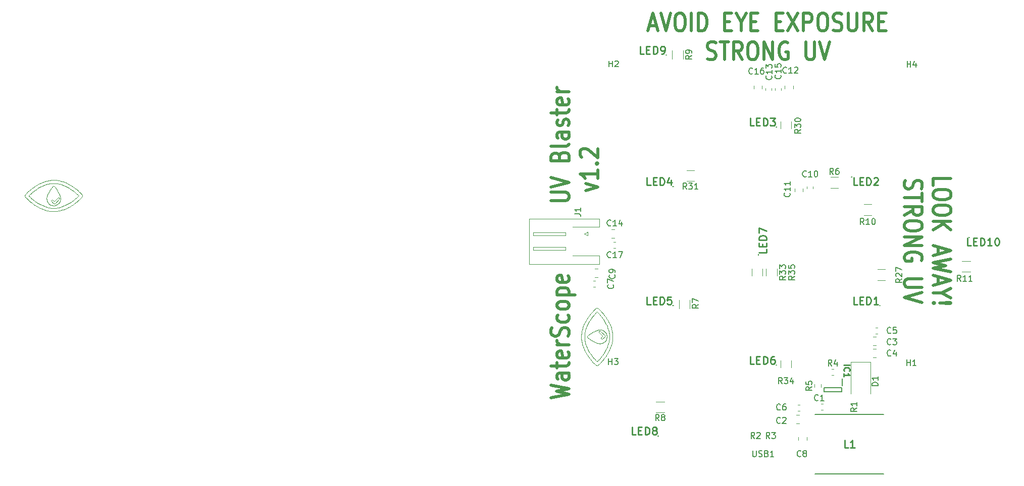
<source format=gbr>
%TF.GenerationSoftware,KiCad,Pcbnew,(6.0.10)*%
%TF.CreationDate,2023-09-07T19:24:17+02:00*%
%TF.ProjectId,Sterilization stick,53746572-696c-4697-9a61-74696f6e2073,rev?*%
%TF.SameCoordinates,Original*%
%TF.FileFunction,Legend,Top*%
%TF.FilePolarity,Positive*%
%FSLAX46Y46*%
G04 Gerber Fmt 4.6, Leading zero omitted, Abs format (unit mm)*
G04 Created by KiCad (PCBNEW (6.0.10)) date 2023-09-07 19:24:17*
%MOMM*%
%LPD*%
G01*
G04 APERTURE LIST*
%ADD10C,0.125000*%
%ADD11C,0.500000*%
%ADD12C,0.250000*%
%ADD13C,0.254000*%
%ADD14C,0.150000*%
%ADD15C,0.200000*%
%ADD16C,0.120000*%
G04 APERTURE END LIST*
D10*
X42817859Y-95707218D02*
X42705782Y-95819103D01*
X42597339Y-95923200D01*
X42505511Y-96008500D01*
X42405015Y-96099077D01*
X42296147Y-96194107D01*
X42179201Y-96292764D01*
X42054474Y-96394223D01*
X41922262Y-96497659D01*
X41782860Y-96602248D01*
X41686077Y-96672206D01*
X132373370Y-119380000D02*
X132368392Y-119174984D01*
X132353506Y-118968207D01*
X132328778Y-118759854D01*
X132294276Y-118550112D01*
X132250066Y-118339167D01*
X132196216Y-118127203D01*
X132132793Y-117914408D01*
X132059865Y-117700967D01*
X131977499Y-117487065D01*
X131885761Y-117272890D01*
X131784721Y-117058626D01*
X131674443Y-116844459D01*
X131554997Y-116630576D01*
X131426449Y-116417162D01*
X131358783Y-116310689D01*
X131288866Y-116204403D01*
X131216708Y-116098328D01*
X131142317Y-115992486D01*
X38763490Y-96626201D02*
X39348431Y-96041154D01*
X39348431Y-96041154D02*
X39465429Y-95992735D01*
X39582428Y-96041154D01*
X38627356Y-94044396D02*
X38553379Y-94079533D01*
X33854623Y-95886394D02*
X33961646Y-96003500D01*
X34080127Y-96125826D01*
X34195718Y-96240032D01*
X34333254Y-96370382D01*
X34436706Y-96464869D01*
X34549266Y-96564458D01*
X34670677Y-96668321D01*
X34800680Y-96775629D01*
X34939017Y-96885553D01*
X35085431Y-96997264D01*
X35239664Y-97109933D01*
X131142317Y-115992486D02*
X131029648Y-115838235D01*
X130917937Y-115691805D01*
X130808013Y-115553453D01*
X130700705Y-115423438D01*
X130596842Y-115302017D01*
X130497253Y-115189448D01*
X130402766Y-115085989D01*
X130314210Y-114991898D01*
X130194312Y-114868889D01*
X130092423Y-114768408D01*
X129989420Y-114670980D01*
X129918778Y-114607341D01*
X35239664Y-97109933D02*
X35345515Y-97184324D01*
X35451600Y-97256482D01*
X35557894Y-97326399D01*
X35664375Y-97394065D01*
X35771019Y-97459472D01*
X35984704Y-97583478D01*
X36198764Y-97698348D01*
X36413014Y-97804016D01*
X36627268Y-97900413D01*
X36841339Y-97987473D01*
X37055044Y-98065129D01*
X37268195Y-98133313D01*
X37480608Y-98191958D01*
X37692097Y-98240996D01*
X37902477Y-98280361D01*
X38111561Y-98309984D01*
X38319165Y-98329800D01*
X38525102Y-98339740D01*
X38627388Y-98340986D01*
X128774614Y-122438689D02*
X128677711Y-122299346D01*
X128579543Y-122151152D01*
X128481148Y-121994522D01*
X128383562Y-121829874D01*
X128287824Y-121657622D01*
X128194969Y-121478183D01*
X128106035Y-121291973D01*
X128022059Y-121099407D01*
X127944078Y-120900902D01*
X127873130Y-120696873D01*
X127810252Y-120487737D01*
X127756480Y-120273909D01*
X127712852Y-120055805D01*
X127680406Y-119833842D01*
X127660177Y-119608435D01*
X127653204Y-119380000D01*
X130236945Y-120545362D02*
X130414190Y-120531911D01*
X130583126Y-120492887D01*
X130741759Y-120430281D01*
X130888097Y-120346084D01*
X131020148Y-120242288D01*
X131135918Y-120120885D01*
X131233416Y-119983864D01*
X131310650Y-119833219D01*
X131365626Y-119670940D01*
X131396352Y-119499019D01*
X131402381Y-119380032D01*
X130442473Y-119519065D02*
X130658585Y-119303059D01*
X129739602Y-115189529D02*
X129851487Y-115301605D01*
X129955584Y-115410048D01*
X130040884Y-115501876D01*
X130131461Y-115602372D01*
X130226491Y-115711240D01*
X130325148Y-115828186D01*
X130426607Y-115952913D01*
X130530043Y-116085125D01*
X130634632Y-116224527D01*
X130704590Y-116321311D01*
X130676470Y-119753062D02*
X130559511Y-119801560D01*
X130442473Y-119753062D01*
X131039161Y-119390477D02*
X130676470Y-119753062D01*
X130658585Y-119243898D02*
X130073538Y-118658957D01*
X41686077Y-96672206D02*
X41546732Y-96769108D01*
X41398535Y-96867276D01*
X41241901Y-96965671D01*
X41077247Y-97063257D01*
X40904989Y-97158995D01*
X40725544Y-97251850D01*
X40539327Y-97340784D01*
X40346756Y-97424760D01*
X40148246Y-97502741D01*
X39944215Y-97573689D01*
X39735078Y-97636567D01*
X39521253Y-97690339D01*
X39303154Y-97733967D01*
X39081200Y-97766413D01*
X38855805Y-97786642D01*
X38627388Y-97793616D01*
X39630900Y-96158100D02*
X39582428Y-96275151D01*
X128774614Y-116321311D02*
X128879514Y-116177252D01*
X128983816Y-116040192D01*
X129086694Y-115910427D01*
X129187321Y-115788251D01*
X129284870Y-115673960D01*
X129378514Y-115567850D01*
X129467427Y-115470217D01*
X129577189Y-115353737D01*
X129675110Y-115253552D01*
X129739602Y-115189529D01*
X130190484Y-118376488D02*
X130307535Y-118424960D01*
X129560426Y-114607341D02*
X129467807Y-114691324D01*
X129354914Y-114799345D01*
X129246700Y-114907432D01*
X129121413Y-115037757D01*
X129029785Y-115136564D01*
X128932640Y-115244611D01*
X128830808Y-115361638D01*
X128725118Y-115487388D01*
X128616397Y-115621604D01*
X128505476Y-115764027D01*
X128393183Y-115914400D01*
X128336781Y-115992487D01*
X128076780Y-119380032D02*
X128111917Y-119454009D01*
X130073538Y-118424960D02*
X130190484Y-118376488D01*
X128111917Y-119306054D02*
X128076780Y-119380032D01*
X42014901Y-94304397D02*
X41909058Y-94230014D01*
X41802983Y-94157864D01*
X41696697Y-94087955D01*
X41590224Y-94020295D01*
X41483588Y-93954892D01*
X41269916Y-93830893D01*
X41055868Y-93716027D01*
X40841630Y-93610360D01*
X40627387Y-93513961D01*
X40413325Y-93426898D01*
X40199630Y-93349237D01*
X39986489Y-93281047D01*
X39774086Y-93222396D01*
X39562609Y-93173351D01*
X39352242Y-93133980D01*
X39143171Y-93104351D01*
X38935583Y-93084532D01*
X38729664Y-93074589D01*
X38627388Y-93073344D01*
X41686077Y-94742230D02*
X41830135Y-94847130D01*
X41967195Y-94951432D01*
X42096960Y-95054310D01*
X42219136Y-95154937D01*
X42333427Y-95252486D01*
X42439537Y-95346130D01*
X42537170Y-95435043D01*
X42653650Y-95544805D01*
X42753835Y-95642726D01*
X42817859Y-95707218D01*
X127105728Y-119380000D02*
X127110706Y-119585033D01*
X127125595Y-119791823D01*
X127150328Y-120000185D01*
X127184836Y-120209934D01*
X127229053Y-120420885D01*
X127282909Y-120632853D01*
X127346338Y-120845652D01*
X127419272Y-121059098D01*
X127501642Y-121273005D01*
X127593382Y-121487188D01*
X127694423Y-121701463D01*
X127804698Y-121915643D01*
X127924139Y-122129545D01*
X128052679Y-122342982D01*
X128120339Y-122449469D01*
X128190248Y-122555770D01*
X128262398Y-122661863D01*
X128336781Y-122767724D01*
X38627388Y-93620820D02*
X38855805Y-93627793D01*
X39081200Y-93648022D01*
X39303154Y-93680468D01*
X39521253Y-93724096D01*
X39735078Y-93777868D01*
X39944215Y-93840746D01*
X40148246Y-93911694D01*
X40346756Y-93989675D01*
X40539327Y-94073651D01*
X40725544Y-94162585D01*
X40904989Y-94255440D01*
X41077247Y-94351178D01*
X41241901Y-94448764D01*
X41398535Y-94547159D01*
X41546732Y-94645327D01*
X41686077Y-94742230D01*
X130658585Y-119303059D02*
X130658585Y-119243898D01*
X129739602Y-123570682D02*
X129627716Y-123458562D01*
X129523619Y-123350093D01*
X129438319Y-123258249D01*
X129347742Y-123157737D01*
X129252712Y-123048854D01*
X129154055Y-122931893D01*
X129052596Y-122807149D01*
X128949160Y-122674916D01*
X128844571Y-122535490D01*
X128774614Y-122438689D01*
X131142317Y-122767724D02*
X131216708Y-122661872D01*
X131288866Y-122555787D01*
X131358783Y-122449493D01*
X131426449Y-122343012D01*
X131491856Y-122236368D01*
X131615862Y-122022683D01*
X131730732Y-121808623D01*
X131836400Y-121594373D01*
X131932797Y-121380119D01*
X132019857Y-121166048D01*
X132097513Y-120952343D01*
X132165697Y-120739192D01*
X132224342Y-120526779D01*
X132273380Y-120315290D01*
X132312745Y-120104910D01*
X132342368Y-119895826D01*
X132362184Y-119688222D01*
X132372124Y-119482285D01*
X132373370Y-119380000D01*
X38627388Y-93073344D02*
X38422354Y-93078322D01*
X38215564Y-93093211D01*
X38007202Y-93117944D01*
X37797453Y-93152452D01*
X37586502Y-93196669D01*
X37374534Y-93250525D01*
X37161735Y-93313954D01*
X36948289Y-93386888D01*
X36734382Y-93469258D01*
X36520199Y-93560998D01*
X36305924Y-93662039D01*
X36091744Y-93772314D01*
X35877842Y-93891755D01*
X35664405Y-94020295D01*
X35557918Y-94087955D01*
X35451617Y-94157864D01*
X35345524Y-94230014D01*
X35239664Y-94304397D01*
X34436706Y-95707218D02*
X34548825Y-95595332D01*
X34657294Y-95491235D01*
X34749138Y-95405935D01*
X34849650Y-95315358D01*
X34958533Y-95220328D01*
X35075494Y-95121671D01*
X35200238Y-95020212D01*
X35332471Y-94916776D01*
X35471897Y-94812187D01*
X35568699Y-94742230D01*
X128336781Y-115992487D02*
X128262398Y-116098329D01*
X128190248Y-116204404D01*
X128120339Y-116310690D01*
X128052679Y-116417163D01*
X127987276Y-116523799D01*
X127863277Y-116737471D01*
X127748411Y-116951519D01*
X127642744Y-117165757D01*
X127546345Y-117380000D01*
X127459282Y-117594062D01*
X127381621Y-117807757D01*
X127313431Y-118020898D01*
X127254780Y-118233301D01*
X127205735Y-118444778D01*
X127166364Y-118655145D01*
X127136735Y-118864216D01*
X127116916Y-119071804D01*
X127106973Y-119277723D01*
X127105728Y-119380000D01*
X38254326Y-96644086D02*
X38205828Y-96527127D01*
X38254326Y-96410089D01*
X128336781Y-122767724D02*
X128449449Y-122921973D01*
X128561160Y-123068400D01*
X128671084Y-123206746D01*
X128778393Y-123336755D01*
X128882258Y-123458168D01*
X128981850Y-123570728D01*
X129076340Y-123674177D01*
X129164900Y-123768259D01*
X129284807Y-123891253D01*
X129386708Y-123991721D01*
X129489734Y-124089135D01*
X129560426Y-124152765D01*
X38704329Y-96626201D02*
X38763490Y-96626201D01*
X129560426Y-124152765D02*
X129680055Y-124213072D01*
X129810779Y-124210200D01*
X129918778Y-124152765D01*
X39792687Y-96204561D02*
X39781417Y-96049064D01*
X39756216Y-95914467D01*
X39716683Y-95770953D01*
X39662869Y-95618658D01*
X39613168Y-95498758D01*
X39555483Y-95374055D01*
X39489837Y-95244607D01*
X39416251Y-95110472D01*
X39334746Y-94971708D01*
X38627356Y-97369997D02*
X38804599Y-97356543D01*
X38973527Y-97317512D01*
X39132150Y-97254896D01*
X39278475Y-97170686D01*
X39410511Y-97066875D01*
X39526267Y-96945457D01*
X39623751Y-96808422D01*
X39700972Y-96657765D01*
X39755939Y-96495476D01*
X39786659Y-96323549D01*
X39792687Y-96204561D01*
X43400047Y-95886394D02*
X43460354Y-95766692D01*
X43457482Y-95635972D01*
X43400047Y-95528042D01*
X38488323Y-96410089D02*
X38704329Y-96626201D01*
X130442473Y-119753062D02*
X130393975Y-119636063D01*
X130442473Y-119519065D01*
X35568699Y-94742230D02*
X35708041Y-94645327D01*
X35856235Y-94547159D01*
X36012865Y-94448764D01*
X36177513Y-94351178D01*
X36349765Y-94255440D01*
X36529204Y-94162585D01*
X36715414Y-94073651D01*
X36907980Y-93989675D01*
X37106485Y-93911694D01*
X37310514Y-93840746D01*
X37519650Y-93777868D01*
X37733478Y-93724096D01*
X37951582Y-93680468D01*
X38173545Y-93648022D01*
X38398952Y-93627793D01*
X38627388Y-93620820D01*
X39582428Y-96275151D02*
X38850908Y-97006777D01*
X130307535Y-118424960D02*
X131039161Y-119156480D01*
X38850908Y-97006777D02*
X38733869Y-97055116D01*
X38616911Y-97006777D01*
X38627388Y-98340986D02*
X38832403Y-98336008D01*
X39039180Y-98321122D01*
X39247533Y-98296394D01*
X39457275Y-98261892D01*
X39668220Y-98217682D01*
X39880184Y-98163832D01*
X40092979Y-98100409D01*
X40306420Y-98027481D01*
X40520322Y-97945115D01*
X40734497Y-97853377D01*
X40948761Y-97752337D01*
X41162928Y-97642059D01*
X41376811Y-97522613D01*
X41590225Y-97394065D01*
X41696698Y-97326399D01*
X41802984Y-97256482D01*
X41909059Y-97184324D01*
X42014902Y-97109933D01*
X35239664Y-94304397D02*
X35085414Y-94417065D01*
X34938987Y-94528776D01*
X34800641Y-94638700D01*
X34670632Y-94746009D01*
X34549219Y-94849874D01*
X34436659Y-94949466D01*
X34333210Y-95043956D01*
X34239128Y-95132516D01*
X34116134Y-95252423D01*
X34015666Y-95354324D01*
X33918252Y-95457350D01*
X33854623Y-95528042D01*
X129004092Y-118672642D02*
X128896119Y-118739533D01*
X128757457Y-118829588D01*
X128626125Y-118918981D01*
X128503511Y-119005913D01*
X128391003Y-119088582D01*
X128289988Y-119165188D01*
X128181996Y-119249675D01*
X128111917Y-119306054D01*
X131402381Y-119380032D02*
X131388927Y-119202788D01*
X131349896Y-119033860D01*
X131287280Y-118875237D01*
X131203070Y-118728912D01*
X131099259Y-118596876D01*
X130977841Y-118481120D01*
X130840806Y-118383636D01*
X130690149Y-118306415D01*
X130527860Y-118251448D01*
X130355933Y-118220728D01*
X130236945Y-118214701D01*
X43400047Y-95528042D02*
X43316063Y-95435423D01*
X43208042Y-95322530D01*
X43099955Y-95214316D01*
X42969630Y-95089029D01*
X42870823Y-94997401D01*
X42762776Y-94900256D01*
X42645749Y-94798424D01*
X42519999Y-94692734D01*
X42385783Y-94584013D01*
X42243360Y-94473092D01*
X42092987Y-94360799D01*
X42014901Y-94304397D01*
X130073538Y-118658957D02*
X130025119Y-118541958D01*
X130073538Y-118424960D01*
X131826000Y-119380000D02*
X131819026Y-119608435D01*
X131798797Y-119833842D01*
X131766351Y-120055806D01*
X131722723Y-120273909D01*
X131668951Y-120487737D01*
X131606073Y-120696874D01*
X131535125Y-120900902D01*
X131457144Y-121099408D01*
X131373168Y-121291973D01*
X131284234Y-121478184D01*
X131191379Y-121657622D01*
X131095641Y-121829874D01*
X130998055Y-121994522D01*
X130899660Y-122151152D01*
X130801492Y-122299346D01*
X130704590Y-122438689D01*
X38627388Y-97793616D02*
X38398952Y-97786642D01*
X38173545Y-97766413D01*
X37951581Y-97733967D01*
X37733478Y-97690339D01*
X37519650Y-97636567D01*
X37310513Y-97573689D01*
X37106485Y-97502741D01*
X36907980Y-97424760D01*
X36715414Y-97340784D01*
X36529203Y-97251850D01*
X36349765Y-97158995D01*
X36177513Y-97063257D01*
X36012865Y-96965671D01*
X35856235Y-96867276D01*
X35708041Y-96769108D01*
X35568699Y-96672206D01*
X128111917Y-119454009D02*
X128222654Y-119542531D01*
X128339052Y-119632382D01*
X128446008Y-119712259D01*
X128563763Y-119797293D01*
X128690931Y-119885686D01*
X128826128Y-119975637D01*
X128931961Y-120043041D01*
X129004304Y-120087527D01*
X38254326Y-96410089D02*
X38371324Y-96361591D01*
X38488323Y-96410089D01*
X130704590Y-122438689D02*
X130599665Y-122582771D01*
X130495347Y-122719847D01*
X130392462Y-122849623D01*
X130291835Y-122971806D01*
X130194291Y-123086102D01*
X130100655Y-123192220D01*
X130011751Y-123289866D01*
X129902003Y-123406375D01*
X129804091Y-123506607D01*
X129739602Y-123570682D01*
X130704590Y-116321311D02*
X130801492Y-116460655D01*
X130899660Y-116608852D01*
X130998055Y-116765486D01*
X131095641Y-116930140D01*
X131191379Y-117102398D01*
X131284234Y-117281843D01*
X131373168Y-117468060D01*
X131457144Y-117660631D01*
X131535125Y-117859141D01*
X131606073Y-118063172D01*
X131668951Y-118272309D01*
X131722723Y-118486135D01*
X131766351Y-118704233D01*
X131798797Y-118926187D01*
X131819026Y-119151582D01*
X131826000Y-119380000D01*
X129918778Y-114607341D02*
X129799076Y-114547033D01*
X129668356Y-114549905D01*
X129560426Y-114607341D01*
X35568699Y-96672206D02*
X35424616Y-96567281D01*
X35287540Y-96462963D01*
X35157764Y-96360078D01*
X35035581Y-96259451D01*
X34921285Y-96161907D01*
X34815167Y-96068271D01*
X34717521Y-95979367D01*
X34601012Y-95869619D01*
X34500780Y-95771707D01*
X34436706Y-95707218D01*
X129004304Y-120087527D02*
X129143092Y-120169029D01*
X129277241Y-120242608D01*
X129406693Y-120308244D01*
X129531390Y-120365915D01*
X129651274Y-120415602D01*
X129803535Y-120469397D01*
X129947003Y-120508911D01*
X130081539Y-120534099D01*
X130207010Y-120544910D01*
X130236945Y-120545362D01*
X131039161Y-119156480D02*
X131087500Y-119273518D01*
X131039161Y-119390477D01*
X39582428Y-96041154D02*
X39630900Y-96158100D01*
X37462026Y-96204561D02*
X37475476Y-96381806D01*
X37514500Y-96550742D01*
X37577106Y-96709375D01*
X37661303Y-96855713D01*
X37765099Y-96987764D01*
X37886502Y-97103534D01*
X38023523Y-97201032D01*
X38174168Y-97278266D01*
X38336447Y-97333242D01*
X38508368Y-97363968D01*
X38627356Y-97369997D01*
X129918778Y-124152765D02*
X130035884Y-124045741D01*
X130158210Y-123927260D01*
X130272416Y-123811669D01*
X130402766Y-123674133D01*
X130497253Y-123570681D01*
X130596842Y-123458121D01*
X130700705Y-123336710D01*
X130808013Y-123206707D01*
X130917937Y-123068370D01*
X131029648Y-122921956D01*
X131142317Y-122767724D01*
X42014902Y-97109933D02*
X42169152Y-96997264D01*
X42315582Y-96885553D01*
X42453934Y-96775629D01*
X42583949Y-96668321D01*
X42705370Y-96564458D01*
X42817939Y-96464869D01*
X42921398Y-96370382D01*
X43015489Y-96281826D01*
X43138498Y-96161928D01*
X43238979Y-96060039D01*
X43336407Y-95957036D01*
X43400047Y-95886394D01*
X33854623Y-95528042D02*
X33794315Y-95647671D01*
X33797187Y-95778395D01*
X33854623Y-95886394D01*
X37919861Y-94971920D02*
X37838358Y-95110708D01*
X37764779Y-95244857D01*
X37699143Y-95374309D01*
X37641472Y-95499006D01*
X37591785Y-95618890D01*
X37537990Y-95771151D01*
X37498476Y-95914619D01*
X37473288Y-96049155D01*
X37462477Y-96174626D01*
X37462026Y-96204561D01*
X127653204Y-119380000D02*
X127660177Y-119151582D01*
X127680406Y-118926187D01*
X127712852Y-118704233D01*
X127756480Y-118486135D01*
X127810252Y-118272309D01*
X127873130Y-118063172D01*
X127944078Y-117859141D01*
X128022059Y-117660631D01*
X128106035Y-117468060D01*
X128194969Y-117281843D01*
X128287824Y-117102398D01*
X128383562Y-116930140D01*
X128481148Y-116765486D01*
X128579543Y-116608852D01*
X128677711Y-116460655D01*
X128774614Y-116321311D01*
X38553379Y-94079533D02*
X38464856Y-94190270D01*
X38375005Y-94306668D01*
X38295128Y-94413624D01*
X38210094Y-94531379D01*
X38121701Y-94658547D01*
X38031750Y-94793744D01*
X37964346Y-94899577D01*
X37919861Y-94971920D01*
X38701334Y-94079533D02*
X38627356Y-94044396D01*
X130236945Y-118214701D02*
X130081448Y-118225970D01*
X129946851Y-118251171D01*
X129803337Y-118290704D01*
X129651042Y-118344518D01*
X129531142Y-118394219D01*
X129406439Y-118451904D01*
X129276991Y-118517550D01*
X129142856Y-118591136D01*
X129004092Y-118672642D01*
X38616911Y-97006777D02*
X38254326Y-96644086D01*
X39334746Y-94971708D02*
X39267854Y-94863735D01*
X39177799Y-94725073D01*
X39088406Y-94593741D01*
X39001474Y-94471127D01*
X38918805Y-94358619D01*
X38842199Y-94257604D01*
X38757712Y-94149612D01*
X38701334Y-94079533D01*
D11*
X186096857Y-93965285D02*
X186096857Y-92774809D01*
X189096857Y-92774809D01*
X189096857Y-95274809D02*
X189096857Y-95751000D01*
X188954000Y-95989095D01*
X188668285Y-96227190D01*
X188096857Y-96346238D01*
X187096857Y-96346238D01*
X186525428Y-96227190D01*
X186239714Y-95989095D01*
X186096857Y-95751000D01*
X186096857Y-95274809D01*
X186239714Y-95036714D01*
X186525428Y-94798619D01*
X187096857Y-94679571D01*
X188096857Y-94679571D01*
X188668285Y-94798619D01*
X188954000Y-95036714D01*
X189096857Y-95274809D01*
X189096857Y-97893857D02*
X189096857Y-98370047D01*
X188954000Y-98608142D01*
X188668285Y-98846238D01*
X188096857Y-98965285D01*
X187096857Y-98965285D01*
X186525428Y-98846238D01*
X186239714Y-98608142D01*
X186096857Y-98370047D01*
X186096857Y-97893857D01*
X186239714Y-97655761D01*
X186525428Y-97417666D01*
X187096857Y-97298619D01*
X188096857Y-97298619D01*
X188668285Y-97417666D01*
X188954000Y-97655761D01*
X189096857Y-97893857D01*
X186096857Y-100036714D02*
X189096857Y-100036714D01*
X186096857Y-101465285D02*
X187811142Y-100393857D01*
X189096857Y-101465285D02*
X187382571Y-100036714D01*
X186954000Y-104322428D02*
X186954000Y-105512904D01*
X186096857Y-104084333D02*
X189096857Y-104917666D01*
X186096857Y-105751000D01*
X189096857Y-106346238D02*
X186096857Y-106941476D01*
X188239714Y-107417666D01*
X186096857Y-107893857D01*
X189096857Y-108489095D01*
X186954000Y-109322428D02*
X186954000Y-110512904D01*
X186096857Y-109084333D02*
X189096857Y-109917666D01*
X186096857Y-110751000D01*
X187525428Y-112060523D02*
X186096857Y-112060523D01*
X189096857Y-111227190D02*
X187525428Y-112060523D01*
X189096857Y-112893857D01*
X186382571Y-113727190D02*
X186239714Y-113846238D01*
X186096857Y-113727190D01*
X186239714Y-113608142D01*
X186382571Y-113727190D01*
X186096857Y-113727190D01*
X187239714Y-113727190D02*
X188954000Y-113608142D01*
X189096857Y-113727190D01*
X188954000Y-113846238D01*
X187239714Y-113727190D01*
X189096857Y-113727190D01*
X181409714Y-93131952D02*
X181266857Y-93489095D01*
X181266857Y-94084333D01*
X181409714Y-94322428D01*
X181552571Y-94441476D01*
X181838285Y-94560523D01*
X182124000Y-94560523D01*
X182409714Y-94441476D01*
X182552571Y-94322428D01*
X182695428Y-94084333D01*
X182838285Y-93608142D01*
X182981142Y-93370047D01*
X183124000Y-93251000D01*
X183409714Y-93131952D01*
X183695428Y-93131952D01*
X183981142Y-93251000D01*
X184124000Y-93370047D01*
X184266857Y-93608142D01*
X184266857Y-94203380D01*
X184124000Y-94560523D01*
X184266857Y-95274809D02*
X184266857Y-96703380D01*
X181266857Y-95989095D02*
X184266857Y-95989095D01*
X181266857Y-98965285D02*
X182695428Y-98131952D01*
X181266857Y-97536714D02*
X184266857Y-97536714D01*
X184266857Y-98489095D01*
X184124000Y-98727190D01*
X183981142Y-98846238D01*
X183695428Y-98965285D01*
X183266857Y-98965285D01*
X182981142Y-98846238D01*
X182838285Y-98727190D01*
X182695428Y-98489095D01*
X182695428Y-97536714D01*
X184266857Y-100512904D02*
X184266857Y-100989095D01*
X184124000Y-101227190D01*
X183838285Y-101465285D01*
X183266857Y-101584333D01*
X182266857Y-101584333D01*
X181695428Y-101465285D01*
X181409714Y-101227190D01*
X181266857Y-100989095D01*
X181266857Y-100512904D01*
X181409714Y-100274809D01*
X181695428Y-100036714D01*
X182266857Y-99917666D01*
X183266857Y-99917666D01*
X183838285Y-100036714D01*
X184124000Y-100274809D01*
X184266857Y-100512904D01*
X181266857Y-102655761D02*
X184266857Y-102655761D01*
X181266857Y-104084333D01*
X184266857Y-104084333D01*
X184124000Y-106584333D02*
X184266857Y-106346238D01*
X184266857Y-105989095D01*
X184124000Y-105631952D01*
X183838285Y-105393857D01*
X183552571Y-105274809D01*
X182981142Y-105155761D01*
X182552571Y-105155761D01*
X181981142Y-105274809D01*
X181695428Y-105393857D01*
X181409714Y-105631952D01*
X181266857Y-105989095D01*
X181266857Y-106227190D01*
X181409714Y-106584333D01*
X181552571Y-106703380D01*
X182552571Y-106703380D01*
X182552571Y-106227190D01*
X184266857Y-109679571D02*
X181838285Y-109679571D01*
X181552571Y-109798619D01*
X181409714Y-109917666D01*
X181266857Y-110155761D01*
X181266857Y-110631952D01*
X181409714Y-110870047D01*
X181552571Y-110989095D01*
X181838285Y-111108142D01*
X184266857Y-111108142D01*
X184266857Y-111941476D02*
X181266857Y-112774809D01*
X184266857Y-113608142D01*
X138547571Y-67173000D02*
X139738047Y-67173000D01*
X138309476Y-68030142D02*
X139142809Y-65030142D01*
X139976142Y-68030142D01*
X140452333Y-65030142D02*
X141285666Y-68030142D01*
X142119000Y-65030142D01*
X143428523Y-65030142D02*
X143904714Y-65030142D01*
X144142809Y-65173000D01*
X144380904Y-65458714D01*
X144499952Y-66030142D01*
X144499952Y-67030142D01*
X144380904Y-67601571D01*
X144142809Y-67887285D01*
X143904714Y-68030142D01*
X143428523Y-68030142D01*
X143190428Y-67887285D01*
X142952333Y-67601571D01*
X142833285Y-67030142D01*
X142833285Y-66030142D01*
X142952333Y-65458714D01*
X143190428Y-65173000D01*
X143428523Y-65030142D01*
X145571380Y-68030142D02*
X145571380Y-65030142D01*
X146761857Y-68030142D02*
X146761857Y-65030142D01*
X147357095Y-65030142D01*
X147714238Y-65173000D01*
X147952333Y-65458714D01*
X148071380Y-65744428D01*
X148190428Y-66315857D01*
X148190428Y-66744428D01*
X148071380Y-67315857D01*
X147952333Y-67601571D01*
X147714238Y-67887285D01*
X147357095Y-68030142D01*
X146761857Y-68030142D01*
X151166619Y-66458714D02*
X151999952Y-66458714D01*
X152357095Y-68030142D02*
X151166619Y-68030142D01*
X151166619Y-65030142D01*
X152357095Y-65030142D01*
X153904714Y-66601571D02*
X153904714Y-68030142D01*
X153071380Y-65030142D02*
X153904714Y-66601571D01*
X154738047Y-65030142D01*
X155571380Y-66458714D02*
X156404714Y-66458714D01*
X156761857Y-68030142D02*
X155571380Y-68030142D01*
X155571380Y-65030142D01*
X156761857Y-65030142D01*
X159738047Y-66458714D02*
X160571380Y-66458714D01*
X160928523Y-68030142D02*
X159738047Y-68030142D01*
X159738047Y-65030142D01*
X160928523Y-65030142D01*
X161761857Y-65030142D02*
X163428523Y-68030142D01*
X163428523Y-65030142D02*
X161761857Y-68030142D01*
X164380904Y-68030142D02*
X164380904Y-65030142D01*
X165333285Y-65030142D01*
X165571380Y-65173000D01*
X165690428Y-65315857D01*
X165809476Y-65601571D01*
X165809476Y-66030142D01*
X165690428Y-66315857D01*
X165571380Y-66458714D01*
X165333285Y-66601571D01*
X164380904Y-66601571D01*
X167357095Y-65030142D02*
X167833285Y-65030142D01*
X168071380Y-65173000D01*
X168309476Y-65458714D01*
X168428523Y-66030142D01*
X168428523Y-67030142D01*
X168309476Y-67601571D01*
X168071380Y-67887285D01*
X167833285Y-68030142D01*
X167357095Y-68030142D01*
X167119000Y-67887285D01*
X166880904Y-67601571D01*
X166761857Y-67030142D01*
X166761857Y-66030142D01*
X166880904Y-65458714D01*
X167119000Y-65173000D01*
X167357095Y-65030142D01*
X169380904Y-67887285D02*
X169738047Y-68030142D01*
X170333285Y-68030142D01*
X170571380Y-67887285D01*
X170690428Y-67744428D01*
X170809476Y-67458714D01*
X170809476Y-67173000D01*
X170690428Y-66887285D01*
X170571380Y-66744428D01*
X170333285Y-66601571D01*
X169857095Y-66458714D01*
X169619000Y-66315857D01*
X169499952Y-66173000D01*
X169380904Y-65887285D01*
X169380904Y-65601571D01*
X169499952Y-65315857D01*
X169619000Y-65173000D01*
X169857095Y-65030142D01*
X170452333Y-65030142D01*
X170809476Y-65173000D01*
X171880904Y-65030142D02*
X171880904Y-67458714D01*
X171999952Y-67744428D01*
X172119000Y-67887285D01*
X172357095Y-68030142D01*
X172833285Y-68030142D01*
X173071380Y-67887285D01*
X173190428Y-67744428D01*
X173309476Y-67458714D01*
X173309476Y-65030142D01*
X175928523Y-68030142D02*
X175095190Y-66601571D01*
X174499952Y-68030142D02*
X174499952Y-65030142D01*
X175452333Y-65030142D01*
X175690428Y-65173000D01*
X175809476Y-65315857D01*
X175928523Y-65601571D01*
X175928523Y-66030142D01*
X175809476Y-66315857D01*
X175690428Y-66458714D01*
X175452333Y-66601571D01*
X174499952Y-66601571D01*
X176999952Y-66458714D02*
X177833285Y-66458714D01*
X178190428Y-68030142D02*
X176999952Y-68030142D01*
X176999952Y-65030142D01*
X178190428Y-65030142D01*
X148249952Y-72717285D02*
X148607095Y-72860142D01*
X149202333Y-72860142D01*
X149440428Y-72717285D01*
X149559476Y-72574428D01*
X149678523Y-72288714D01*
X149678523Y-72003000D01*
X149559476Y-71717285D01*
X149440428Y-71574428D01*
X149202333Y-71431571D01*
X148726142Y-71288714D01*
X148488047Y-71145857D01*
X148369000Y-71003000D01*
X148249952Y-70717285D01*
X148249952Y-70431571D01*
X148369000Y-70145857D01*
X148488047Y-70003000D01*
X148726142Y-69860142D01*
X149321380Y-69860142D01*
X149678523Y-70003000D01*
X150392809Y-69860142D02*
X151821380Y-69860142D01*
X151107095Y-72860142D02*
X151107095Y-69860142D01*
X154083285Y-72860142D02*
X153249952Y-71431571D01*
X152654714Y-72860142D02*
X152654714Y-69860142D01*
X153607095Y-69860142D01*
X153845190Y-70003000D01*
X153964238Y-70145857D01*
X154083285Y-70431571D01*
X154083285Y-70860142D01*
X153964238Y-71145857D01*
X153845190Y-71288714D01*
X153607095Y-71431571D01*
X152654714Y-71431571D01*
X155630904Y-69860142D02*
X156107095Y-69860142D01*
X156345190Y-70003000D01*
X156583285Y-70288714D01*
X156702333Y-70860142D01*
X156702333Y-71860142D01*
X156583285Y-72431571D01*
X156345190Y-72717285D01*
X156107095Y-72860142D01*
X155630904Y-72860142D01*
X155392809Y-72717285D01*
X155154714Y-72431571D01*
X155035666Y-71860142D01*
X155035666Y-70860142D01*
X155154714Y-70288714D01*
X155392809Y-70003000D01*
X155630904Y-69860142D01*
X157773761Y-72860142D02*
X157773761Y-69860142D01*
X159202333Y-72860142D01*
X159202333Y-69860142D01*
X161702333Y-70003000D02*
X161464238Y-69860142D01*
X161107095Y-69860142D01*
X160749952Y-70003000D01*
X160511857Y-70288714D01*
X160392809Y-70574428D01*
X160273761Y-71145857D01*
X160273761Y-71574428D01*
X160392809Y-72145857D01*
X160511857Y-72431571D01*
X160749952Y-72717285D01*
X161107095Y-72860142D01*
X161345190Y-72860142D01*
X161702333Y-72717285D01*
X161821380Y-72574428D01*
X161821380Y-71574428D01*
X161345190Y-71574428D01*
X164797571Y-69860142D02*
X164797571Y-72288714D01*
X164916619Y-72574428D01*
X165035666Y-72717285D01*
X165273761Y-72860142D01*
X165749952Y-72860142D01*
X165988047Y-72717285D01*
X166107095Y-72574428D01*
X166226142Y-72288714D01*
X166226142Y-69860142D01*
X167059476Y-69860142D02*
X167892809Y-72860142D01*
X168726142Y-69860142D01*
X122053142Y-129643904D02*
X125053142Y-129048666D01*
X122910285Y-128572476D01*
X125053142Y-128096285D01*
X122053142Y-127501047D01*
X125053142Y-125477238D02*
X123481714Y-125477238D01*
X123196000Y-125596285D01*
X123053142Y-125834380D01*
X123053142Y-126310571D01*
X123196000Y-126548666D01*
X124910285Y-125477238D02*
X125053142Y-125715333D01*
X125053142Y-126310571D01*
X124910285Y-126548666D01*
X124624571Y-126667714D01*
X124338857Y-126667714D01*
X124053142Y-126548666D01*
X123910285Y-126310571D01*
X123910285Y-125715333D01*
X123767428Y-125477238D01*
X123053142Y-124643904D02*
X123053142Y-123691523D01*
X122053142Y-124286761D02*
X124624571Y-124286761D01*
X124910285Y-124167714D01*
X125053142Y-123929619D01*
X125053142Y-123691523D01*
X124910285Y-121905809D02*
X125053142Y-122143904D01*
X125053142Y-122620095D01*
X124910285Y-122858190D01*
X124624571Y-122977238D01*
X123481714Y-122977238D01*
X123196000Y-122858190D01*
X123053142Y-122620095D01*
X123053142Y-122143904D01*
X123196000Y-121905809D01*
X123481714Y-121786761D01*
X123767428Y-121786761D01*
X124053142Y-122977238D01*
X125053142Y-120715333D02*
X123053142Y-120715333D01*
X123624571Y-120715333D02*
X123338857Y-120596285D01*
X123196000Y-120477238D01*
X123053142Y-120239142D01*
X123053142Y-120001047D01*
X124910285Y-119286761D02*
X125053142Y-118929619D01*
X125053142Y-118334380D01*
X124910285Y-118096285D01*
X124767428Y-117977238D01*
X124481714Y-117858190D01*
X124196000Y-117858190D01*
X123910285Y-117977238D01*
X123767428Y-118096285D01*
X123624571Y-118334380D01*
X123481714Y-118810571D01*
X123338857Y-119048666D01*
X123196000Y-119167714D01*
X122910285Y-119286761D01*
X122624571Y-119286761D01*
X122338857Y-119167714D01*
X122196000Y-119048666D01*
X122053142Y-118810571D01*
X122053142Y-118215333D01*
X122196000Y-117858190D01*
X124910285Y-115715333D02*
X125053142Y-115953428D01*
X125053142Y-116429619D01*
X124910285Y-116667714D01*
X124767428Y-116786761D01*
X124481714Y-116905809D01*
X123624571Y-116905809D01*
X123338857Y-116786761D01*
X123196000Y-116667714D01*
X123053142Y-116429619D01*
X123053142Y-115953428D01*
X123196000Y-115715333D01*
X125053142Y-114286761D02*
X124910285Y-114524857D01*
X124767428Y-114643904D01*
X124481714Y-114762952D01*
X123624571Y-114762952D01*
X123338857Y-114643904D01*
X123196000Y-114524857D01*
X123053142Y-114286761D01*
X123053142Y-113929619D01*
X123196000Y-113691523D01*
X123338857Y-113572476D01*
X123624571Y-113453428D01*
X124481714Y-113453428D01*
X124767428Y-113572476D01*
X124910285Y-113691523D01*
X125053142Y-113929619D01*
X125053142Y-114286761D01*
X123053142Y-112382000D02*
X126053142Y-112382000D01*
X123196000Y-112382000D02*
X123053142Y-112143904D01*
X123053142Y-111667714D01*
X123196000Y-111429619D01*
X123338857Y-111310571D01*
X123624571Y-111191523D01*
X124481714Y-111191523D01*
X124767428Y-111310571D01*
X124910285Y-111429619D01*
X125053142Y-111667714D01*
X125053142Y-112143904D01*
X124910285Y-112382000D01*
X124910285Y-109167714D02*
X125053142Y-109405809D01*
X125053142Y-109882000D01*
X124910285Y-110120095D01*
X124624571Y-110239142D01*
X123481714Y-110239142D01*
X123196000Y-110120095D01*
X123053142Y-109882000D01*
X123053142Y-109405809D01*
X123196000Y-109167714D01*
X123481714Y-109048666D01*
X123767428Y-109048666D01*
X124053142Y-110239142D01*
X122053142Y-96548666D02*
X124481714Y-96548666D01*
X124767428Y-96429619D01*
X124910285Y-96310571D01*
X125053142Y-96072476D01*
X125053142Y-95596285D01*
X124910285Y-95358190D01*
X124767428Y-95239142D01*
X124481714Y-95120095D01*
X122053142Y-95120095D01*
X122053142Y-94286761D02*
X125053142Y-93453428D01*
X122053142Y-92620095D01*
X123481714Y-89048666D02*
X123624571Y-88691523D01*
X123767428Y-88572476D01*
X124053142Y-88453428D01*
X124481714Y-88453428D01*
X124767428Y-88572476D01*
X124910285Y-88691523D01*
X125053142Y-88929619D01*
X125053142Y-89882000D01*
X122053142Y-89882000D01*
X122053142Y-89048666D01*
X122196000Y-88810571D01*
X122338857Y-88691523D01*
X122624571Y-88572476D01*
X122910285Y-88572476D01*
X123196000Y-88691523D01*
X123338857Y-88810571D01*
X123481714Y-89048666D01*
X123481714Y-89882000D01*
X125053142Y-87024857D02*
X124910285Y-87262952D01*
X124624571Y-87382000D01*
X122053142Y-87382000D01*
X125053142Y-85001047D02*
X123481714Y-85001047D01*
X123196000Y-85120095D01*
X123053142Y-85358190D01*
X123053142Y-85834380D01*
X123196000Y-86072476D01*
X124910285Y-85001047D02*
X125053142Y-85239142D01*
X125053142Y-85834380D01*
X124910285Y-86072476D01*
X124624571Y-86191523D01*
X124338857Y-86191523D01*
X124053142Y-86072476D01*
X123910285Y-85834380D01*
X123910285Y-85239142D01*
X123767428Y-85001047D01*
X124910285Y-83929619D02*
X125053142Y-83691523D01*
X125053142Y-83215333D01*
X124910285Y-82977238D01*
X124624571Y-82858190D01*
X124481714Y-82858190D01*
X124196000Y-82977238D01*
X124053142Y-83215333D01*
X124053142Y-83572476D01*
X123910285Y-83810571D01*
X123624571Y-83929619D01*
X123481714Y-83929619D01*
X123196000Y-83810571D01*
X123053142Y-83572476D01*
X123053142Y-83215333D01*
X123196000Y-82977238D01*
X123053142Y-82143904D02*
X123053142Y-81191523D01*
X122053142Y-81786761D02*
X124624571Y-81786761D01*
X124910285Y-81667714D01*
X125053142Y-81429619D01*
X125053142Y-81191523D01*
X124910285Y-79405809D02*
X125053142Y-79643904D01*
X125053142Y-80120095D01*
X124910285Y-80358190D01*
X124624571Y-80477238D01*
X123481714Y-80477238D01*
X123196000Y-80358190D01*
X123053142Y-80120095D01*
X123053142Y-79643904D01*
X123196000Y-79405809D01*
X123481714Y-79286761D01*
X123767428Y-79286761D01*
X124053142Y-80477238D01*
X125053142Y-78215333D02*
X123053142Y-78215333D01*
X123624571Y-78215333D02*
X123338857Y-78096285D01*
X123196000Y-77977238D01*
X123053142Y-77739142D01*
X123053142Y-77501047D01*
X127883142Y-94822476D02*
X129883142Y-94227238D01*
X127883142Y-93632000D01*
X129883142Y-91370095D02*
X129883142Y-92798666D01*
X129883142Y-92084380D02*
X126883142Y-92084380D01*
X127311714Y-92322476D01*
X127597428Y-92560571D01*
X127740285Y-92798666D01*
X129597428Y-90298666D02*
X129740285Y-90179619D01*
X129883142Y-90298666D01*
X129740285Y-90417714D01*
X129597428Y-90298666D01*
X129883142Y-90298666D01*
X127168857Y-89227238D02*
X127026000Y-89108190D01*
X126883142Y-88870095D01*
X126883142Y-88274857D01*
X127026000Y-88036761D01*
X127168857Y-87917714D01*
X127454571Y-87798666D01*
X127740285Y-87798666D01*
X128168857Y-87917714D01*
X129883142Y-89346285D01*
X129883142Y-87798666D01*
D12*
%TO.C,IC1*%
X171124619Y-124118809D02*
X172124619Y-124118809D01*
X171219857Y-125166428D02*
X171172238Y-125118809D01*
X171124619Y-124975952D01*
X171124619Y-124880714D01*
X171172238Y-124737857D01*
X171267476Y-124642619D01*
X171362714Y-124595000D01*
X171553190Y-124547380D01*
X171696047Y-124547380D01*
X171886523Y-124595000D01*
X171981761Y-124642619D01*
X172077000Y-124737857D01*
X172124619Y-124880714D01*
X172124619Y-124975952D01*
X172077000Y-125118809D01*
X172029380Y-125166428D01*
X171124619Y-126118809D02*
X171124619Y-125547380D01*
X171124619Y-125833095D02*
X172124619Y-125833095D01*
X171981761Y-125737857D01*
X171886523Y-125642619D01*
X171838904Y-125547380D01*
D13*
%TO.C,LED2*%
X173379361Y-93952599D02*
X172774599Y-93952599D01*
X172774599Y-92682599D01*
X173802694Y-93287361D02*
X174226028Y-93287361D01*
X174407456Y-93952599D02*
X173802694Y-93952599D01*
X173802694Y-92682599D01*
X174407456Y-92682599D01*
X174951742Y-93952599D02*
X174951742Y-92682599D01*
X175254123Y-92682599D01*
X175435552Y-92743076D01*
X175556504Y-92864028D01*
X175616980Y-92984980D01*
X175677456Y-93226885D01*
X175677456Y-93408314D01*
X175616980Y-93650218D01*
X175556504Y-93771171D01*
X175435552Y-93892123D01*
X175254123Y-93952599D01*
X174951742Y-93952599D01*
X176161266Y-92803552D02*
X176221742Y-92743076D01*
X176342694Y-92682599D01*
X176645075Y-92682599D01*
X176766028Y-92743076D01*
X176826504Y-92803552D01*
X176886980Y-92924504D01*
X176886980Y-93045456D01*
X176826504Y-93226885D01*
X176100790Y-93952599D01*
X176886980Y-93952599D01*
D14*
%TO.C,C1*%
X166838333Y-130024142D02*
X166790714Y-130071761D01*
X166647857Y-130119380D01*
X166552619Y-130119380D01*
X166409761Y-130071761D01*
X166314523Y-129976523D01*
X166266904Y-129881285D01*
X166219285Y-129690809D01*
X166219285Y-129547952D01*
X166266904Y-129357476D01*
X166314523Y-129262238D01*
X166409761Y-129167000D01*
X166552619Y-129119380D01*
X166647857Y-129119380D01*
X166790714Y-129167000D01*
X166838333Y-129214619D01*
X167790714Y-130119380D02*
X167219285Y-130119380D01*
X167505000Y-130119380D02*
X167505000Y-129119380D01*
X167409761Y-129262238D01*
X167314523Y-129357476D01*
X167219285Y-129405095D01*
%TO.C,C2*%
X160488333Y-133834142D02*
X160440714Y-133881761D01*
X160297857Y-133929380D01*
X160202619Y-133929380D01*
X160059761Y-133881761D01*
X159964523Y-133786523D01*
X159916904Y-133691285D01*
X159869285Y-133500809D01*
X159869285Y-133357952D01*
X159916904Y-133167476D01*
X159964523Y-133072238D01*
X160059761Y-132977000D01*
X160202619Y-132929380D01*
X160297857Y-132929380D01*
X160440714Y-132977000D01*
X160488333Y-133024619D01*
X160869285Y-133024619D02*
X160916904Y-132977000D01*
X161012142Y-132929380D01*
X161250238Y-132929380D01*
X161345476Y-132977000D01*
X161393095Y-133024619D01*
X161440714Y-133119857D01*
X161440714Y-133215095D01*
X161393095Y-133357952D01*
X160821666Y-133929380D01*
X161440714Y-133929380D01*
%TO.C,USB1*%
X155868904Y-138517380D02*
X155868904Y-139326904D01*
X155916523Y-139422142D01*
X155964142Y-139469761D01*
X156059380Y-139517380D01*
X156249857Y-139517380D01*
X156345095Y-139469761D01*
X156392714Y-139422142D01*
X156440333Y-139326904D01*
X156440333Y-138517380D01*
X156868904Y-139469761D02*
X157011761Y-139517380D01*
X157249857Y-139517380D01*
X157345095Y-139469761D01*
X157392714Y-139422142D01*
X157440333Y-139326904D01*
X157440333Y-139231666D01*
X157392714Y-139136428D01*
X157345095Y-139088809D01*
X157249857Y-139041190D01*
X157059380Y-138993571D01*
X156964142Y-138945952D01*
X156916523Y-138898333D01*
X156868904Y-138803095D01*
X156868904Y-138707857D01*
X156916523Y-138612619D01*
X156964142Y-138565000D01*
X157059380Y-138517380D01*
X157297476Y-138517380D01*
X157440333Y-138565000D01*
X158202238Y-138993571D02*
X158345095Y-139041190D01*
X158392714Y-139088809D01*
X158440333Y-139184047D01*
X158440333Y-139326904D01*
X158392714Y-139422142D01*
X158345095Y-139469761D01*
X158249857Y-139517380D01*
X157868904Y-139517380D01*
X157868904Y-138517380D01*
X158202238Y-138517380D01*
X158297476Y-138565000D01*
X158345095Y-138612619D01*
X158392714Y-138707857D01*
X158392714Y-138803095D01*
X158345095Y-138898333D01*
X158297476Y-138945952D01*
X158202238Y-138993571D01*
X157868904Y-138993571D01*
X159392714Y-139517380D02*
X158821285Y-139517380D01*
X159107000Y-139517380D02*
X159107000Y-138517380D01*
X159011761Y-138660238D01*
X158916523Y-138755476D01*
X158821285Y-138803095D01*
%TO.C,R1*%
X173299380Y-131357666D02*
X172823190Y-131691000D01*
X173299380Y-131929095D02*
X172299380Y-131929095D01*
X172299380Y-131548142D01*
X172347000Y-131452904D01*
X172394619Y-131405285D01*
X172489857Y-131357666D01*
X172632714Y-131357666D01*
X172727952Y-131405285D01*
X172775571Y-131452904D01*
X172823190Y-131548142D01*
X172823190Y-131929095D01*
X173299380Y-130405285D02*
X173299380Y-130976714D01*
X173299380Y-130691000D02*
X172299380Y-130691000D01*
X172442238Y-130786238D01*
X172537476Y-130881476D01*
X172585095Y-130976714D01*
D13*
%TO.C,L1*%
X171873333Y-137988523D02*
X171268571Y-137988523D01*
X171268571Y-136718523D01*
X172961904Y-137988523D02*
X172236190Y-137988523D01*
X172599047Y-137988523D02*
X172599047Y-136718523D01*
X172478095Y-136899952D01*
X172357142Y-137020904D01*
X172236190Y-137081380D01*
D14*
%TO.C,C3*%
X179030333Y-120626142D02*
X178982714Y-120673761D01*
X178839857Y-120721380D01*
X178744619Y-120721380D01*
X178601761Y-120673761D01*
X178506523Y-120578523D01*
X178458904Y-120483285D01*
X178411285Y-120292809D01*
X178411285Y-120149952D01*
X178458904Y-119959476D01*
X178506523Y-119864238D01*
X178601761Y-119769000D01*
X178744619Y-119721380D01*
X178839857Y-119721380D01*
X178982714Y-119769000D01*
X179030333Y-119816619D01*
X179363666Y-119721380D02*
X179982714Y-119721380D01*
X179649380Y-120102333D01*
X179792238Y-120102333D01*
X179887476Y-120149952D01*
X179935095Y-120197571D01*
X179982714Y-120292809D01*
X179982714Y-120530904D01*
X179935095Y-120626142D01*
X179887476Y-120673761D01*
X179792238Y-120721380D01*
X179506523Y-120721380D01*
X179411285Y-120673761D01*
X179363666Y-120626142D01*
%TO.C,R3*%
X158710333Y-136469380D02*
X158377000Y-135993190D01*
X158138904Y-136469380D02*
X158138904Y-135469380D01*
X158519857Y-135469380D01*
X158615095Y-135517000D01*
X158662714Y-135564619D01*
X158710333Y-135659857D01*
X158710333Y-135802714D01*
X158662714Y-135897952D01*
X158615095Y-135945571D01*
X158519857Y-135993190D01*
X158138904Y-135993190D01*
X159043666Y-135469380D02*
X159662714Y-135469380D01*
X159329380Y-135850333D01*
X159472238Y-135850333D01*
X159567476Y-135897952D01*
X159615095Y-135945571D01*
X159662714Y-136040809D01*
X159662714Y-136278904D01*
X159615095Y-136374142D01*
X159567476Y-136421761D01*
X159472238Y-136469380D01*
X159186523Y-136469380D01*
X159091285Y-136421761D01*
X159043666Y-136374142D01*
%TO.C,C5*%
X179030333Y-118721142D02*
X178982714Y-118768761D01*
X178839857Y-118816380D01*
X178744619Y-118816380D01*
X178601761Y-118768761D01*
X178506523Y-118673523D01*
X178458904Y-118578285D01*
X178411285Y-118387809D01*
X178411285Y-118244952D01*
X178458904Y-118054476D01*
X178506523Y-117959238D01*
X178601761Y-117864000D01*
X178744619Y-117816380D01*
X178839857Y-117816380D01*
X178982714Y-117864000D01*
X179030333Y-117911619D01*
X179935095Y-117816380D02*
X179458904Y-117816380D01*
X179411285Y-118292571D01*
X179458904Y-118244952D01*
X179554142Y-118197333D01*
X179792238Y-118197333D01*
X179887476Y-118244952D01*
X179935095Y-118292571D01*
X179982714Y-118387809D01*
X179982714Y-118625904D01*
X179935095Y-118721142D01*
X179887476Y-118768761D01*
X179792238Y-118816380D01*
X179554142Y-118816380D01*
X179458904Y-118768761D01*
X179411285Y-118721142D01*
%TO.C,C4*%
X179030333Y-122531142D02*
X178982714Y-122578761D01*
X178839857Y-122626380D01*
X178744619Y-122626380D01*
X178601761Y-122578761D01*
X178506523Y-122483523D01*
X178458904Y-122388285D01*
X178411285Y-122197809D01*
X178411285Y-122054952D01*
X178458904Y-121864476D01*
X178506523Y-121769238D01*
X178601761Y-121674000D01*
X178744619Y-121626380D01*
X178839857Y-121626380D01*
X178982714Y-121674000D01*
X179030333Y-121721619D01*
X179887476Y-121959714D02*
X179887476Y-122626380D01*
X179649380Y-121578761D02*
X179411285Y-122293047D01*
X180030333Y-122293047D01*
%TO.C,R5*%
X165773380Y-127801666D02*
X165297190Y-128135000D01*
X165773380Y-128373095D02*
X164773380Y-128373095D01*
X164773380Y-127992142D01*
X164821000Y-127896904D01*
X164868619Y-127849285D01*
X164963857Y-127801666D01*
X165106714Y-127801666D01*
X165201952Y-127849285D01*
X165249571Y-127896904D01*
X165297190Y-127992142D01*
X165297190Y-128373095D01*
X164773380Y-126896904D02*
X164773380Y-127373095D01*
X165249571Y-127420714D01*
X165201952Y-127373095D01*
X165154333Y-127277857D01*
X165154333Y-127039761D01*
X165201952Y-126944523D01*
X165249571Y-126896904D01*
X165344809Y-126849285D01*
X165582904Y-126849285D01*
X165678142Y-126896904D01*
X165725761Y-126944523D01*
X165773380Y-127039761D01*
X165773380Y-127277857D01*
X165725761Y-127373095D01*
X165678142Y-127420714D01*
%TO.C,R2*%
X156170333Y-136469380D02*
X155837000Y-135993190D01*
X155598904Y-136469380D02*
X155598904Y-135469380D01*
X155979857Y-135469380D01*
X156075095Y-135517000D01*
X156122714Y-135564619D01*
X156170333Y-135659857D01*
X156170333Y-135802714D01*
X156122714Y-135897952D01*
X156075095Y-135945571D01*
X155979857Y-135993190D01*
X155598904Y-135993190D01*
X156551285Y-135564619D02*
X156598904Y-135517000D01*
X156694142Y-135469380D01*
X156932238Y-135469380D01*
X157027476Y-135517000D01*
X157075095Y-135564619D01*
X157122714Y-135659857D01*
X157122714Y-135755095D01*
X157075095Y-135897952D01*
X156503666Y-136469380D01*
X157122714Y-136469380D01*
%TO.C,D1*%
X176855380Y-127611095D02*
X175855380Y-127611095D01*
X175855380Y-127373000D01*
X175903000Y-127230142D01*
X175998238Y-127134904D01*
X176093476Y-127087285D01*
X176283952Y-127039666D01*
X176426809Y-127039666D01*
X176617285Y-127087285D01*
X176712523Y-127134904D01*
X176807761Y-127230142D01*
X176855380Y-127373000D01*
X176855380Y-127611095D01*
X176855380Y-126087285D02*
X176855380Y-126658714D01*
X176855380Y-126373000D02*
X175855380Y-126373000D01*
X175998238Y-126468238D01*
X176093476Y-126563476D01*
X176141095Y-126658714D01*
%TO.C,R6*%
X169378333Y-92104380D02*
X169045000Y-91628190D01*
X168806904Y-92104380D02*
X168806904Y-91104380D01*
X169187857Y-91104380D01*
X169283095Y-91152000D01*
X169330714Y-91199619D01*
X169378333Y-91294857D01*
X169378333Y-91437714D01*
X169330714Y-91532952D01*
X169283095Y-91580571D01*
X169187857Y-91628190D01*
X168806904Y-91628190D01*
X170235476Y-91104380D02*
X170045000Y-91104380D01*
X169949761Y-91152000D01*
X169902142Y-91199619D01*
X169806904Y-91342476D01*
X169759285Y-91532952D01*
X169759285Y-91913904D01*
X169806904Y-92009142D01*
X169854523Y-92056761D01*
X169949761Y-92104380D01*
X170140238Y-92104380D01*
X170235476Y-92056761D01*
X170283095Y-92009142D01*
X170330714Y-91913904D01*
X170330714Y-91675809D01*
X170283095Y-91580571D01*
X170235476Y-91532952D01*
X170140238Y-91485333D01*
X169949761Y-91485333D01*
X169854523Y-91532952D01*
X169806904Y-91580571D01*
X169759285Y-91675809D01*
%TO.C,R10*%
X174490142Y-100528380D02*
X174156809Y-100052190D01*
X173918714Y-100528380D02*
X173918714Y-99528380D01*
X174299666Y-99528380D01*
X174394904Y-99576000D01*
X174442523Y-99623619D01*
X174490142Y-99718857D01*
X174490142Y-99861714D01*
X174442523Y-99956952D01*
X174394904Y-100004571D01*
X174299666Y-100052190D01*
X173918714Y-100052190D01*
X175442523Y-100528380D02*
X174871095Y-100528380D01*
X175156809Y-100528380D02*
X175156809Y-99528380D01*
X175061571Y-99671238D01*
X174966333Y-99766476D01*
X174871095Y-99814095D01*
X176061571Y-99528380D02*
X176156809Y-99528380D01*
X176252047Y-99576000D01*
X176299666Y-99623619D01*
X176347285Y-99718857D01*
X176394904Y-99909333D01*
X176394904Y-100147428D01*
X176347285Y-100337904D01*
X176299666Y-100433142D01*
X176252047Y-100480761D01*
X176156809Y-100528380D01*
X176061571Y-100528380D01*
X175966333Y-100480761D01*
X175918714Y-100433142D01*
X175871095Y-100337904D01*
X175823476Y-100147428D01*
X175823476Y-99909333D01*
X175871095Y-99718857D01*
X175918714Y-99623619D01*
X175966333Y-99576000D01*
X176061571Y-99528380D01*
%TO.C,R4*%
X169124333Y-124277380D02*
X168791000Y-123801190D01*
X168552904Y-124277380D02*
X168552904Y-123277380D01*
X168933857Y-123277380D01*
X169029095Y-123325000D01*
X169076714Y-123372619D01*
X169124333Y-123467857D01*
X169124333Y-123610714D01*
X169076714Y-123705952D01*
X169029095Y-123753571D01*
X168933857Y-123801190D01*
X168552904Y-123801190D01*
X169981476Y-123610714D02*
X169981476Y-124277380D01*
X169743380Y-123229761D02*
X169505285Y-123944047D01*
X170124333Y-123944047D01*
%TO.C,C7*%
X132437142Y-110656666D02*
X132484761Y-110704285D01*
X132532380Y-110847142D01*
X132532380Y-110942380D01*
X132484761Y-111085238D01*
X132389523Y-111180476D01*
X132294285Y-111228095D01*
X132103809Y-111275714D01*
X131960952Y-111275714D01*
X131770476Y-111228095D01*
X131675238Y-111180476D01*
X131580000Y-111085238D01*
X131532380Y-110942380D01*
X131532380Y-110847142D01*
X131580000Y-110704285D01*
X131627619Y-110656666D01*
X131532380Y-110323333D02*
X131532380Y-109656666D01*
X132532380Y-110085238D01*
%TO.C,C8*%
X163917333Y-139422142D02*
X163869714Y-139469761D01*
X163726857Y-139517380D01*
X163631619Y-139517380D01*
X163488761Y-139469761D01*
X163393523Y-139374523D01*
X163345904Y-139279285D01*
X163298285Y-139088809D01*
X163298285Y-138945952D01*
X163345904Y-138755476D01*
X163393523Y-138660238D01*
X163488761Y-138565000D01*
X163631619Y-138517380D01*
X163726857Y-138517380D01*
X163869714Y-138565000D01*
X163917333Y-138612619D01*
X164488761Y-138945952D02*
X164393523Y-138898333D01*
X164345904Y-138850714D01*
X164298285Y-138755476D01*
X164298285Y-138707857D01*
X164345904Y-138612619D01*
X164393523Y-138565000D01*
X164488761Y-138517380D01*
X164679238Y-138517380D01*
X164774476Y-138565000D01*
X164822095Y-138612619D01*
X164869714Y-138707857D01*
X164869714Y-138755476D01*
X164822095Y-138850714D01*
X164774476Y-138898333D01*
X164679238Y-138945952D01*
X164488761Y-138945952D01*
X164393523Y-138993571D01*
X164345904Y-139041190D01*
X164298285Y-139136428D01*
X164298285Y-139326904D01*
X164345904Y-139422142D01*
X164393523Y-139469761D01*
X164488761Y-139517380D01*
X164679238Y-139517380D01*
X164774476Y-139469761D01*
X164822095Y-139422142D01*
X164869714Y-139326904D01*
X164869714Y-139136428D01*
X164822095Y-139041190D01*
X164774476Y-138993571D01*
X164679238Y-138945952D01*
%TO.C,C9*%
X132691142Y-109005666D02*
X132738761Y-109053285D01*
X132786380Y-109196142D01*
X132786380Y-109291380D01*
X132738761Y-109434238D01*
X132643523Y-109529476D01*
X132548285Y-109577095D01*
X132357809Y-109624714D01*
X132214952Y-109624714D01*
X132024476Y-109577095D01*
X131929238Y-109529476D01*
X131834000Y-109434238D01*
X131786380Y-109291380D01*
X131786380Y-109196142D01*
X131834000Y-109053285D01*
X131881619Y-109005666D01*
X132786380Y-108529476D02*
X132786380Y-108339000D01*
X132738761Y-108243761D01*
X132691142Y-108196142D01*
X132548285Y-108100904D01*
X132357809Y-108053285D01*
X131976857Y-108053285D01*
X131881619Y-108100904D01*
X131834000Y-108148523D01*
X131786380Y-108243761D01*
X131786380Y-108434238D01*
X131834000Y-108529476D01*
X131881619Y-108577095D01*
X131976857Y-108624714D01*
X132214952Y-108624714D01*
X132310190Y-108577095D01*
X132357809Y-108529476D01*
X132405428Y-108434238D01*
X132405428Y-108243761D01*
X132357809Y-108148523D01*
X132310190Y-108100904D01*
X132214952Y-108053285D01*
%TO.C,C10*%
X164838142Y-92432142D02*
X164790523Y-92479761D01*
X164647666Y-92527380D01*
X164552428Y-92527380D01*
X164409571Y-92479761D01*
X164314333Y-92384523D01*
X164266714Y-92289285D01*
X164219095Y-92098809D01*
X164219095Y-91955952D01*
X164266714Y-91765476D01*
X164314333Y-91670238D01*
X164409571Y-91575000D01*
X164552428Y-91527380D01*
X164647666Y-91527380D01*
X164790523Y-91575000D01*
X164838142Y-91622619D01*
X165790523Y-92527380D02*
X165219095Y-92527380D01*
X165504809Y-92527380D02*
X165504809Y-91527380D01*
X165409571Y-91670238D01*
X165314333Y-91765476D01*
X165219095Y-91813095D01*
X166409571Y-91527380D02*
X166504809Y-91527380D01*
X166600047Y-91575000D01*
X166647666Y-91622619D01*
X166695285Y-91717857D01*
X166742904Y-91908333D01*
X166742904Y-92146428D01*
X166695285Y-92336904D01*
X166647666Y-92432142D01*
X166600047Y-92479761D01*
X166504809Y-92527380D01*
X166409571Y-92527380D01*
X166314333Y-92479761D01*
X166266714Y-92432142D01*
X166219095Y-92336904D01*
X166171476Y-92146428D01*
X166171476Y-91908333D01*
X166219095Y-91717857D01*
X166266714Y-91622619D01*
X166314333Y-91575000D01*
X166409571Y-91527380D01*
%TO.C,C11*%
X162028142Y-95257857D02*
X162075761Y-95305476D01*
X162123380Y-95448333D01*
X162123380Y-95543571D01*
X162075761Y-95686428D01*
X161980523Y-95781666D01*
X161885285Y-95829285D01*
X161694809Y-95876904D01*
X161551952Y-95876904D01*
X161361476Y-95829285D01*
X161266238Y-95781666D01*
X161171000Y-95686428D01*
X161123380Y-95543571D01*
X161123380Y-95448333D01*
X161171000Y-95305476D01*
X161218619Y-95257857D01*
X162123380Y-94305476D02*
X162123380Y-94876904D01*
X162123380Y-94591190D02*
X161123380Y-94591190D01*
X161266238Y-94686428D01*
X161361476Y-94781666D01*
X161409095Y-94876904D01*
X162123380Y-93353095D02*
X162123380Y-93924523D01*
X162123380Y-93638809D02*
X161123380Y-93638809D01*
X161266238Y-93734047D01*
X161361476Y-93829285D01*
X161409095Y-93924523D01*
%TO.C,C12*%
X161536142Y-75033142D02*
X161488523Y-75080761D01*
X161345666Y-75128380D01*
X161250428Y-75128380D01*
X161107571Y-75080761D01*
X161012333Y-74985523D01*
X160964714Y-74890285D01*
X160917095Y-74699809D01*
X160917095Y-74556952D01*
X160964714Y-74366476D01*
X161012333Y-74271238D01*
X161107571Y-74176000D01*
X161250428Y-74128380D01*
X161345666Y-74128380D01*
X161488523Y-74176000D01*
X161536142Y-74223619D01*
X162488523Y-75128380D02*
X161917095Y-75128380D01*
X162202809Y-75128380D02*
X162202809Y-74128380D01*
X162107571Y-74271238D01*
X162012333Y-74366476D01*
X161917095Y-74414095D01*
X162869476Y-74223619D02*
X162917095Y-74176000D01*
X163012333Y-74128380D01*
X163250428Y-74128380D01*
X163345666Y-74176000D01*
X163393285Y-74223619D01*
X163440904Y-74318857D01*
X163440904Y-74414095D01*
X163393285Y-74556952D01*
X162821857Y-75128380D01*
X163440904Y-75128380D01*
%TO.C,C13*%
X158980142Y-75572857D02*
X159027761Y-75620476D01*
X159075380Y-75763333D01*
X159075380Y-75858571D01*
X159027761Y-76001428D01*
X158932523Y-76096666D01*
X158837285Y-76144285D01*
X158646809Y-76191904D01*
X158503952Y-76191904D01*
X158313476Y-76144285D01*
X158218238Y-76096666D01*
X158123000Y-76001428D01*
X158075380Y-75858571D01*
X158075380Y-75763333D01*
X158123000Y-75620476D01*
X158170619Y-75572857D01*
X159075380Y-74620476D02*
X159075380Y-75191904D01*
X159075380Y-74906190D02*
X158075380Y-74906190D01*
X158218238Y-75001428D01*
X158313476Y-75096666D01*
X158361095Y-75191904D01*
X158075380Y-74287142D02*
X158075380Y-73668095D01*
X158456333Y-74001428D01*
X158456333Y-73858571D01*
X158503952Y-73763333D01*
X158551571Y-73715714D01*
X158646809Y-73668095D01*
X158884904Y-73668095D01*
X158980142Y-73715714D01*
X159027761Y-73763333D01*
X159075380Y-73858571D01*
X159075380Y-74144285D01*
X159027761Y-74239523D01*
X158980142Y-74287142D01*
%TO.C,C14*%
X132072142Y-100687142D02*
X132024523Y-100734761D01*
X131881666Y-100782380D01*
X131786428Y-100782380D01*
X131643571Y-100734761D01*
X131548333Y-100639523D01*
X131500714Y-100544285D01*
X131453095Y-100353809D01*
X131453095Y-100210952D01*
X131500714Y-100020476D01*
X131548333Y-99925238D01*
X131643571Y-99830000D01*
X131786428Y-99782380D01*
X131881666Y-99782380D01*
X132024523Y-99830000D01*
X132072142Y-99877619D01*
X133024523Y-100782380D02*
X132453095Y-100782380D01*
X132738809Y-100782380D02*
X132738809Y-99782380D01*
X132643571Y-99925238D01*
X132548333Y-100020476D01*
X132453095Y-100068095D01*
X133881666Y-100115714D02*
X133881666Y-100782380D01*
X133643571Y-99734761D02*
X133405476Y-100449047D01*
X134024523Y-100449047D01*
%TO.C,C15*%
X160504142Y-75445857D02*
X160551761Y-75493476D01*
X160599380Y-75636333D01*
X160599380Y-75731571D01*
X160551761Y-75874428D01*
X160456523Y-75969666D01*
X160361285Y-76017285D01*
X160170809Y-76064904D01*
X160027952Y-76064904D01*
X159837476Y-76017285D01*
X159742238Y-75969666D01*
X159647000Y-75874428D01*
X159599380Y-75731571D01*
X159599380Y-75636333D01*
X159647000Y-75493476D01*
X159694619Y-75445857D01*
X160599380Y-74493476D02*
X160599380Y-75064904D01*
X160599380Y-74779190D02*
X159599380Y-74779190D01*
X159742238Y-74874428D01*
X159837476Y-74969666D01*
X159885095Y-75064904D01*
X159599380Y-73588714D02*
X159599380Y-74064904D01*
X160075571Y-74112523D01*
X160027952Y-74064904D01*
X159980333Y-73969666D01*
X159980333Y-73731571D01*
X160027952Y-73636333D01*
X160075571Y-73588714D01*
X160170809Y-73541095D01*
X160408904Y-73541095D01*
X160504142Y-73588714D01*
X160551761Y-73636333D01*
X160599380Y-73731571D01*
X160599380Y-73969666D01*
X160551761Y-74064904D01*
X160504142Y-74112523D01*
%TO.C,C16*%
X155821142Y-75160142D02*
X155773523Y-75207761D01*
X155630666Y-75255380D01*
X155535428Y-75255380D01*
X155392571Y-75207761D01*
X155297333Y-75112523D01*
X155249714Y-75017285D01*
X155202095Y-74826809D01*
X155202095Y-74683952D01*
X155249714Y-74493476D01*
X155297333Y-74398238D01*
X155392571Y-74303000D01*
X155535428Y-74255380D01*
X155630666Y-74255380D01*
X155773523Y-74303000D01*
X155821142Y-74350619D01*
X156773523Y-75255380D02*
X156202095Y-75255380D01*
X156487809Y-75255380D02*
X156487809Y-74255380D01*
X156392571Y-74398238D01*
X156297333Y-74493476D01*
X156202095Y-74541095D01*
X157630666Y-74255380D02*
X157440190Y-74255380D01*
X157344952Y-74303000D01*
X157297333Y-74350619D01*
X157202095Y-74493476D01*
X157154476Y-74683952D01*
X157154476Y-75064904D01*
X157202095Y-75160142D01*
X157249714Y-75207761D01*
X157344952Y-75255380D01*
X157535428Y-75255380D01*
X157630666Y-75207761D01*
X157678285Y-75160142D01*
X157725904Y-75064904D01*
X157725904Y-74826809D01*
X157678285Y-74731571D01*
X157630666Y-74683952D01*
X157535428Y-74636333D01*
X157344952Y-74636333D01*
X157249714Y-74683952D01*
X157202095Y-74731571D01*
X157154476Y-74826809D01*
%TO.C,C17*%
X132072142Y-106021142D02*
X132024523Y-106068761D01*
X131881666Y-106116380D01*
X131786428Y-106116380D01*
X131643571Y-106068761D01*
X131548333Y-105973523D01*
X131500714Y-105878285D01*
X131453095Y-105687809D01*
X131453095Y-105544952D01*
X131500714Y-105354476D01*
X131548333Y-105259238D01*
X131643571Y-105164000D01*
X131786428Y-105116380D01*
X131881666Y-105116380D01*
X132024523Y-105164000D01*
X132072142Y-105211619D01*
X133024523Y-106116380D02*
X132453095Y-106116380D01*
X132738809Y-106116380D02*
X132738809Y-105116380D01*
X132643571Y-105259238D01*
X132548333Y-105354476D01*
X132453095Y-105402095D01*
X133357857Y-105116380D02*
X134024523Y-105116380D01*
X133595952Y-106116380D01*
%TO.C,C6*%
X160488333Y-131598942D02*
X160440714Y-131646561D01*
X160297857Y-131694180D01*
X160202619Y-131694180D01*
X160059761Y-131646561D01*
X159964523Y-131551323D01*
X159916904Y-131456085D01*
X159869285Y-131265609D01*
X159869285Y-131122752D01*
X159916904Y-130932276D01*
X159964523Y-130837038D01*
X160059761Y-130741800D01*
X160202619Y-130694180D01*
X160297857Y-130694180D01*
X160440714Y-130741800D01*
X160488333Y-130789419D01*
X161345476Y-130694180D02*
X161155000Y-130694180D01*
X161059761Y-130741800D01*
X161012142Y-130789419D01*
X160916904Y-130932276D01*
X160869285Y-131122752D01*
X160869285Y-131503704D01*
X160916904Y-131598942D01*
X160964523Y-131646561D01*
X161059761Y-131694180D01*
X161250238Y-131694180D01*
X161345476Y-131646561D01*
X161393095Y-131598942D01*
X161440714Y-131503704D01*
X161440714Y-131265609D01*
X161393095Y-131170371D01*
X161345476Y-131122752D01*
X161250238Y-131075133D01*
X161059761Y-131075133D01*
X160964523Y-131122752D01*
X160916904Y-131170371D01*
X160869285Y-131265609D01*
D13*
%TO.C,LED1*%
X173379274Y-113952599D02*
X172774512Y-113952599D01*
X172774512Y-112682599D01*
X173802607Y-113287361D02*
X174225941Y-113287361D01*
X174407369Y-113952599D02*
X173802607Y-113952599D01*
X173802607Y-112682599D01*
X174407369Y-112682599D01*
X174951655Y-113952599D02*
X174951655Y-112682599D01*
X175254036Y-112682599D01*
X175435465Y-112743076D01*
X175556417Y-112864028D01*
X175616893Y-112984980D01*
X175677369Y-113226885D01*
X175677369Y-113408314D01*
X175616893Y-113650218D01*
X175556417Y-113771171D01*
X175435465Y-113892123D01*
X175254036Y-113952599D01*
X174951655Y-113952599D01*
X176886893Y-113952599D02*
X176161179Y-113952599D01*
X176524036Y-113952599D02*
X176524036Y-112682599D01*
X176403084Y-112864028D01*
X176282131Y-112984980D01*
X176161179Y-113045456D01*
D14*
%TO.C,R27*%
X180868580Y-109659657D02*
X180392390Y-109992990D01*
X180868580Y-110231085D02*
X179868580Y-110231085D01*
X179868580Y-109850133D01*
X179916200Y-109754895D01*
X179963819Y-109707276D01*
X180059057Y-109659657D01*
X180201914Y-109659657D01*
X180297152Y-109707276D01*
X180344771Y-109754895D01*
X180392390Y-109850133D01*
X180392390Y-110231085D01*
X179963819Y-109278704D02*
X179916200Y-109231085D01*
X179868580Y-109135847D01*
X179868580Y-108897752D01*
X179916200Y-108802514D01*
X179963819Y-108754895D01*
X180059057Y-108707276D01*
X180154295Y-108707276D01*
X180297152Y-108754895D01*
X180868580Y-109326323D01*
X180868580Y-108707276D01*
X179868580Y-108373942D02*
X179868580Y-107707276D01*
X180868580Y-108135847D01*
%TO.C,H1*%
X181688063Y-124226380D02*
X181688063Y-123226380D01*
X181688063Y-123702571D02*
X182259491Y-123702571D01*
X182259491Y-124226380D02*
X182259491Y-123226380D01*
X183259491Y-124226380D02*
X182688063Y-124226380D01*
X182973777Y-124226380D02*
X182973777Y-123226380D01*
X182878539Y-123369238D01*
X182783301Y-123464476D01*
X182688063Y-123512095D01*
%TO.C,H2*%
X131748127Y-74050348D02*
X131748127Y-73050348D01*
X131748127Y-73526539D02*
X132319555Y-73526539D01*
X132319555Y-74050348D02*
X132319555Y-73050348D01*
X132748127Y-73145587D02*
X132795746Y-73097968D01*
X132890984Y-73050348D01*
X133129079Y-73050348D01*
X133224317Y-73097968D01*
X133271936Y-73145587D01*
X133319555Y-73240825D01*
X133319555Y-73336063D01*
X133271936Y-73478920D01*
X132700508Y-74050348D01*
X133319555Y-74050348D01*
%TO.C,H3*%
X131688063Y-124050348D02*
X131688063Y-123050348D01*
X131688063Y-123526539D02*
X132259491Y-123526539D01*
X132259491Y-124050348D02*
X132259491Y-123050348D01*
X132640444Y-123050348D02*
X133259491Y-123050348D01*
X132926158Y-123431301D01*
X133069015Y-123431301D01*
X133164253Y-123478920D01*
X133211872Y-123526539D01*
X133259491Y-123621777D01*
X133259491Y-123859872D01*
X133211872Y-123955110D01*
X133164253Y-124002729D01*
X133069015Y-124050348D01*
X132783301Y-124050348D01*
X132688063Y-124002729D01*
X132640444Y-123955110D01*
%TO.C,H4*%
X181748127Y-74110412D02*
X181748127Y-73110412D01*
X181748127Y-73586603D02*
X182319555Y-73586603D01*
X182319555Y-74110412D02*
X182319555Y-73110412D01*
X183224317Y-73443746D02*
X183224317Y-74110412D01*
X182986222Y-73062793D02*
X182748127Y-73777079D01*
X183367174Y-73777079D01*
D13*
%TO.C,LED4*%
X138738345Y-93952447D02*
X138133583Y-93952447D01*
X138133583Y-92682447D01*
X139161678Y-93287209D02*
X139585012Y-93287209D01*
X139766440Y-93952447D02*
X139161678Y-93952447D01*
X139161678Y-92682447D01*
X139766440Y-92682447D01*
X140310726Y-93952447D02*
X140310726Y-92682447D01*
X140613107Y-92682447D01*
X140794536Y-92742924D01*
X140915488Y-92863876D01*
X140975964Y-92984828D01*
X141036440Y-93226733D01*
X141036440Y-93408162D01*
X140975964Y-93650066D01*
X140915488Y-93771019D01*
X140794536Y-93891971D01*
X140613107Y-93952447D01*
X140310726Y-93952447D01*
X142125012Y-93105781D02*
X142125012Y-93952447D01*
X141822631Y-92621971D02*
X141520250Y-93529114D01*
X142306440Y-93529114D01*
D14*
%TO.C,R31*%
X144772142Y-94601380D02*
X144438809Y-94125190D01*
X144200714Y-94601380D02*
X144200714Y-93601380D01*
X144581666Y-93601380D01*
X144676904Y-93649000D01*
X144724523Y-93696619D01*
X144772142Y-93791857D01*
X144772142Y-93934714D01*
X144724523Y-94029952D01*
X144676904Y-94077571D01*
X144581666Y-94125190D01*
X144200714Y-94125190D01*
X145105476Y-93601380D02*
X145724523Y-93601380D01*
X145391190Y-93982333D01*
X145534047Y-93982333D01*
X145629285Y-94029952D01*
X145676904Y-94077571D01*
X145724523Y-94172809D01*
X145724523Y-94410904D01*
X145676904Y-94506142D01*
X145629285Y-94553761D01*
X145534047Y-94601380D01*
X145248333Y-94601380D01*
X145153095Y-94553761D01*
X145105476Y-94506142D01*
X146676904Y-94601380D02*
X146105476Y-94601380D01*
X146391190Y-94601380D02*
X146391190Y-93601380D01*
X146295952Y-93744238D01*
X146200714Y-93839476D01*
X146105476Y-93887095D01*
%TO.C,R30*%
X163901380Y-84589857D02*
X163425190Y-84923190D01*
X163901380Y-85161285D02*
X162901380Y-85161285D01*
X162901380Y-84780333D01*
X162949000Y-84685095D01*
X162996619Y-84637476D01*
X163091857Y-84589857D01*
X163234714Y-84589857D01*
X163329952Y-84637476D01*
X163377571Y-84685095D01*
X163425190Y-84780333D01*
X163425190Y-85161285D01*
X162901380Y-84256523D02*
X162901380Y-83637476D01*
X163282333Y-83970809D01*
X163282333Y-83827952D01*
X163329952Y-83732714D01*
X163377571Y-83685095D01*
X163472809Y-83637476D01*
X163710904Y-83637476D01*
X163806142Y-83685095D01*
X163853761Y-83732714D01*
X163901380Y-83827952D01*
X163901380Y-84113666D01*
X163853761Y-84208904D01*
X163806142Y-84256523D01*
X162901380Y-83018428D02*
X162901380Y-82923190D01*
X162949000Y-82827952D01*
X162996619Y-82780333D01*
X163091857Y-82732714D01*
X163282333Y-82685095D01*
X163520428Y-82685095D01*
X163710904Y-82732714D01*
X163806142Y-82780333D01*
X163853761Y-82827952D01*
X163901380Y-82923190D01*
X163901380Y-83018428D01*
X163853761Y-83113666D01*
X163806142Y-83161285D01*
X163710904Y-83208904D01*
X163520428Y-83256523D01*
X163282333Y-83256523D01*
X163091857Y-83208904D01*
X162996619Y-83161285D01*
X162949000Y-83113666D01*
X162901380Y-83018428D01*
D13*
%TO.C,LED3*%
X156058897Y-83952523D02*
X155454135Y-83952523D01*
X155454135Y-82682523D01*
X156482230Y-83287285D02*
X156905564Y-83287285D01*
X157086992Y-83952523D02*
X156482230Y-83952523D01*
X156482230Y-82682523D01*
X157086992Y-82682523D01*
X157631278Y-83952523D02*
X157631278Y-82682523D01*
X157933659Y-82682523D01*
X158115088Y-82743000D01*
X158236040Y-82863952D01*
X158296516Y-82984904D01*
X158356992Y-83226809D01*
X158356992Y-83408238D01*
X158296516Y-83650142D01*
X158236040Y-83771095D01*
X158115088Y-83892047D01*
X157933659Y-83952523D01*
X157631278Y-83952523D01*
X158780326Y-82682523D02*
X159566516Y-82682523D01*
X159143183Y-83166333D01*
X159324611Y-83166333D01*
X159445564Y-83226809D01*
X159506040Y-83287285D01*
X159566516Y-83408238D01*
X159566516Y-83710619D01*
X159506040Y-83831571D01*
X159445564Y-83892047D01*
X159324611Y-83952523D01*
X158961754Y-83952523D01*
X158840802Y-83892047D01*
X158780326Y-83831571D01*
%TO.C,LED6*%
X156058722Y-123952523D02*
X155453960Y-123952523D01*
X155453960Y-122682523D01*
X156482055Y-123287285D02*
X156905389Y-123287285D01*
X157086817Y-123952523D02*
X156482055Y-123952523D01*
X156482055Y-122682523D01*
X157086817Y-122682523D01*
X157631103Y-123952523D02*
X157631103Y-122682523D01*
X157933484Y-122682523D01*
X158114913Y-122743000D01*
X158235865Y-122863952D01*
X158296341Y-122984904D01*
X158356817Y-123226809D01*
X158356817Y-123408238D01*
X158296341Y-123650142D01*
X158235865Y-123771095D01*
X158114913Y-123892047D01*
X157933484Y-123952523D01*
X157631103Y-123952523D01*
X159445389Y-122682523D02*
X159203484Y-122682523D01*
X159082532Y-122743000D01*
X159022055Y-122803476D01*
X158901103Y-122984904D01*
X158840627Y-123226809D01*
X158840627Y-123710619D01*
X158901103Y-123831571D01*
X158961579Y-123892047D01*
X159082532Y-123952523D01*
X159324436Y-123952523D01*
X159445389Y-123892047D01*
X159505865Y-123831571D01*
X159566341Y-123710619D01*
X159566341Y-123408238D01*
X159505865Y-123287285D01*
X159445389Y-123226809D01*
X159324436Y-123166333D01*
X159082532Y-123166333D01*
X158961579Y-123226809D01*
X158901103Y-123287285D01*
X158840627Y-123408238D01*
%TO.C,LED7*%
X158181523Y-104672190D02*
X158181523Y-105276952D01*
X156911523Y-105276952D01*
X157516285Y-104248857D02*
X157516285Y-103825523D01*
X158181523Y-103644095D02*
X158181523Y-104248857D01*
X156911523Y-104248857D01*
X156911523Y-103644095D01*
X158181523Y-103099809D02*
X156911523Y-103099809D01*
X156911523Y-102797428D01*
X156972000Y-102616000D01*
X157092952Y-102495047D01*
X157213904Y-102434571D01*
X157455809Y-102374095D01*
X157637238Y-102374095D01*
X157879142Y-102434571D01*
X158000095Y-102495047D01*
X158121047Y-102616000D01*
X158181523Y-102797428D01*
X158181523Y-103099809D01*
X156911523Y-101950761D02*
X156911523Y-101104095D01*
X158181523Y-101648380D01*
D14*
%TO.C,R33*%
X161361380Y-109227857D02*
X160885190Y-109561190D01*
X161361380Y-109799285D02*
X160361380Y-109799285D01*
X160361380Y-109418333D01*
X160409000Y-109323095D01*
X160456619Y-109275476D01*
X160551857Y-109227857D01*
X160694714Y-109227857D01*
X160789952Y-109275476D01*
X160837571Y-109323095D01*
X160885190Y-109418333D01*
X160885190Y-109799285D01*
X160361380Y-108894523D02*
X160361380Y-108275476D01*
X160742333Y-108608809D01*
X160742333Y-108465952D01*
X160789952Y-108370714D01*
X160837571Y-108323095D01*
X160932809Y-108275476D01*
X161170904Y-108275476D01*
X161266142Y-108323095D01*
X161313761Y-108370714D01*
X161361380Y-108465952D01*
X161361380Y-108751666D01*
X161313761Y-108846904D01*
X161266142Y-108894523D01*
X160361380Y-107942142D02*
X160361380Y-107323095D01*
X160742333Y-107656428D01*
X160742333Y-107513571D01*
X160789952Y-107418333D01*
X160837571Y-107370714D01*
X160932809Y-107323095D01*
X161170904Y-107323095D01*
X161266142Y-107370714D01*
X161313761Y-107418333D01*
X161361380Y-107513571D01*
X161361380Y-107799285D01*
X161313761Y-107894523D01*
X161266142Y-107942142D01*
%TO.C,R34*%
X160799542Y-127274580D02*
X160466209Y-126798390D01*
X160228114Y-127274580D02*
X160228114Y-126274580D01*
X160609066Y-126274580D01*
X160704304Y-126322200D01*
X160751923Y-126369819D01*
X160799542Y-126465057D01*
X160799542Y-126607914D01*
X160751923Y-126703152D01*
X160704304Y-126750771D01*
X160609066Y-126798390D01*
X160228114Y-126798390D01*
X161132876Y-126274580D02*
X161751923Y-126274580D01*
X161418590Y-126655533D01*
X161561447Y-126655533D01*
X161656685Y-126703152D01*
X161704304Y-126750771D01*
X161751923Y-126846009D01*
X161751923Y-127084104D01*
X161704304Y-127179342D01*
X161656685Y-127226961D01*
X161561447Y-127274580D01*
X161275733Y-127274580D01*
X161180495Y-127226961D01*
X161132876Y-127179342D01*
X162609066Y-126607914D02*
X162609066Y-127274580D01*
X162370971Y-126226961D02*
X162132876Y-126941247D01*
X162751923Y-126941247D01*
%TO.C,R35*%
X162885380Y-109227857D02*
X162409190Y-109561190D01*
X162885380Y-109799285D02*
X161885380Y-109799285D01*
X161885380Y-109418333D01*
X161933000Y-109323095D01*
X161980619Y-109275476D01*
X162075857Y-109227857D01*
X162218714Y-109227857D01*
X162313952Y-109275476D01*
X162361571Y-109323095D01*
X162409190Y-109418333D01*
X162409190Y-109799285D01*
X161885380Y-108894523D02*
X161885380Y-108275476D01*
X162266333Y-108608809D01*
X162266333Y-108465952D01*
X162313952Y-108370714D01*
X162361571Y-108323095D01*
X162456809Y-108275476D01*
X162694904Y-108275476D01*
X162790142Y-108323095D01*
X162837761Y-108370714D01*
X162885380Y-108465952D01*
X162885380Y-108751666D01*
X162837761Y-108846904D01*
X162790142Y-108894523D01*
X161885380Y-107370714D02*
X161885380Y-107846904D01*
X162361571Y-107894523D01*
X162313952Y-107846904D01*
X162266333Y-107751666D01*
X162266333Y-107513571D01*
X162313952Y-107418333D01*
X162361571Y-107370714D01*
X162456809Y-107323095D01*
X162694904Y-107323095D01*
X162790142Y-107370714D01*
X162837761Y-107418333D01*
X162885380Y-107513571D01*
X162885380Y-107751666D01*
X162837761Y-107846904D01*
X162790142Y-107894523D01*
%TO.C,R7*%
X146756380Y-113958666D02*
X146280190Y-114292000D01*
X146756380Y-114530095D02*
X145756380Y-114530095D01*
X145756380Y-114149142D01*
X145804000Y-114053904D01*
X145851619Y-114006285D01*
X145946857Y-113958666D01*
X146089714Y-113958666D01*
X146184952Y-114006285D01*
X146232571Y-114053904D01*
X146280190Y-114149142D01*
X146280190Y-114530095D01*
X145756380Y-113625333D02*
X145756380Y-112958666D01*
X146756380Y-113387238D01*
D13*
%TO.C,LED8*%
X136246809Y-135829523D02*
X135642047Y-135829523D01*
X135642047Y-134559523D01*
X136670142Y-135164285D02*
X137093476Y-135164285D01*
X137274904Y-135829523D02*
X136670142Y-135829523D01*
X136670142Y-134559523D01*
X137274904Y-134559523D01*
X137819190Y-135829523D02*
X137819190Y-134559523D01*
X138121571Y-134559523D01*
X138303000Y-134620000D01*
X138423952Y-134740952D01*
X138484428Y-134861904D01*
X138544904Y-135103809D01*
X138544904Y-135285238D01*
X138484428Y-135527142D01*
X138423952Y-135648095D01*
X138303000Y-135769047D01*
X138121571Y-135829523D01*
X137819190Y-135829523D01*
X139270619Y-135103809D02*
X139149666Y-135043333D01*
X139089190Y-134982857D01*
X139028714Y-134861904D01*
X139028714Y-134801428D01*
X139089190Y-134680476D01*
X139149666Y-134620000D01*
X139270619Y-134559523D01*
X139512523Y-134559523D01*
X139633476Y-134620000D01*
X139693952Y-134680476D01*
X139754428Y-134801428D01*
X139754428Y-134861904D01*
X139693952Y-134982857D01*
X139633476Y-135043333D01*
X139512523Y-135103809D01*
X139270619Y-135103809D01*
X139149666Y-135164285D01*
X139089190Y-135224761D01*
X139028714Y-135345714D01*
X139028714Y-135587619D01*
X139089190Y-135708571D01*
X139149666Y-135769047D01*
X139270619Y-135829523D01*
X139512523Y-135829523D01*
X139633476Y-135769047D01*
X139693952Y-135708571D01*
X139754428Y-135587619D01*
X139754428Y-135345714D01*
X139693952Y-135224761D01*
X139633476Y-135164285D01*
X139512523Y-135103809D01*
D14*
%TO.C,R11*%
X190746142Y-110053380D02*
X190412809Y-109577190D01*
X190174714Y-110053380D02*
X190174714Y-109053380D01*
X190555666Y-109053380D01*
X190650904Y-109101000D01*
X190698523Y-109148619D01*
X190746142Y-109243857D01*
X190746142Y-109386714D01*
X190698523Y-109481952D01*
X190650904Y-109529571D01*
X190555666Y-109577190D01*
X190174714Y-109577190D01*
X191698523Y-110053380D02*
X191127095Y-110053380D01*
X191412809Y-110053380D02*
X191412809Y-109053380D01*
X191317571Y-109196238D01*
X191222333Y-109291476D01*
X191127095Y-109339095D01*
X192650904Y-110053380D02*
X192079476Y-110053380D01*
X192365190Y-110053380D02*
X192365190Y-109053380D01*
X192269952Y-109196238D01*
X192174714Y-109291476D01*
X192079476Y-109339095D01*
%TO.C,R9*%
X145613380Y-72175666D02*
X145137190Y-72509000D01*
X145613380Y-72747095D02*
X144613380Y-72747095D01*
X144613380Y-72366142D01*
X144661000Y-72270904D01*
X144708619Y-72223285D01*
X144803857Y-72175666D01*
X144946714Y-72175666D01*
X145041952Y-72223285D01*
X145089571Y-72270904D01*
X145137190Y-72366142D01*
X145137190Y-72747095D01*
X145613380Y-71699476D02*
X145613380Y-71509000D01*
X145565761Y-71413761D01*
X145518142Y-71366142D01*
X145375285Y-71270904D01*
X145184809Y-71223285D01*
X144803857Y-71223285D01*
X144708619Y-71270904D01*
X144661000Y-71318523D01*
X144613380Y-71413761D01*
X144613380Y-71604238D01*
X144661000Y-71699476D01*
X144708619Y-71747095D01*
X144803857Y-71794714D01*
X145041952Y-71794714D01*
X145137190Y-71747095D01*
X145184809Y-71699476D01*
X145232428Y-71604238D01*
X145232428Y-71413761D01*
X145184809Y-71318523D01*
X145137190Y-71270904D01*
X145041952Y-71223285D01*
D13*
%TO.C,LED5*%
X138738257Y-113952447D02*
X138133495Y-113952447D01*
X138133495Y-112682447D01*
X139161590Y-113287209D02*
X139584924Y-113287209D01*
X139766352Y-113952447D02*
X139161590Y-113952447D01*
X139161590Y-112682447D01*
X139766352Y-112682447D01*
X140310638Y-113952447D02*
X140310638Y-112682447D01*
X140613019Y-112682447D01*
X140794448Y-112742924D01*
X140915400Y-112863876D01*
X140975876Y-112984828D01*
X141036352Y-113226733D01*
X141036352Y-113408162D01*
X140975876Y-113650066D01*
X140915400Y-113771019D01*
X140794448Y-113891971D01*
X140613019Y-113952447D01*
X140310638Y-113952447D01*
X142185400Y-112682447D02*
X141580638Y-112682447D01*
X141520162Y-113287209D01*
X141580638Y-113226733D01*
X141701590Y-113166257D01*
X142003971Y-113166257D01*
X142124924Y-113226733D01*
X142185400Y-113287209D01*
X142245876Y-113408162D01*
X142245876Y-113710543D01*
X142185400Y-113831495D01*
X142124924Y-113891971D01*
X142003971Y-113952447D01*
X141701590Y-113952447D01*
X141580638Y-113891971D01*
X141520162Y-113831495D01*
D14*
%TO.C,R8*%
X140168333Y-133463380D02*
X139835000Y-132987190D01*
X139596904Y-133463380D02*
X139596904Y-132463380D01*
X139977857Y-132463380D01*
X140073095Y-132511000D01*
X140120714Y-132558619D01*
X140168333Y-132653857D01*
X140168333Y-132796714D01*
X140120714Y-132891952D01*
X140073095Y-132939571D01*
X139977857Y-132987190D01*
X139596904Y-132987190D01*
X140739761Y-132891952D02*
X140644523Y-132844333D01*
X140596904Y-132796714D01*
X140549285Y-132701476D01*
X140549285Y-132653857D01*
X140596904Y-132558619D01*
X140644523Y-132511000D01*
X140739761Y-132463380D01*
X140930238Y-132463380D01*
X141025476Y-132511000D01*
X141073095Y-132558619D01*
X141120714Y-132653857D01*
X141120714Y-132701476D01*
X141073095Y-132796714D01*
X141025476Y-132844333D01*
X140930238Y-132891952D01*
X140739761Y-132891952D01*
X140644523Y-132939571D01*
X140596904Y-132987190D01*
X140549285Y-133082428D01*
X140549285Y-133272904D01*
X140596904Y-133368142D01*
X140644523Y-133415761D01*
X140739761Y-133463380D01*
X140930238Y-133463380D01*
X141025476Y-133415761D01*
X141073095Y-133368142D01*
X141120714Y-133272904D01*
X141120714Y-133082428D01*
X141073095Y-132987190D01*
X141025476Y-132939571D01*
X140930238Y-132891952D01*
%TO.C,J1*%
X125999380Y-98738333D02*
X126713666Y-98738333D01*
X126856523Y-98785952D01*
X126951761Y-98881190D01*
X126999380Y-99024047D01*
X126999380Y-99119285D01*
X126999380Y-97738333D02*
X126999380Y-98309761D01*
X126999380Y-98024047D02*
X125999380Y-98024047D01*
X126142238Y-98119285D01*
X126237476Y-98214523D01*
X126285095Y-98309761D01*
D13*
%TO.C,LED10*%
X192454047Y-104079523D02*
X191849285Y-104079523D01*
X191849285Y-102809523D01*
X192877380Y-103414285D02*
X193300714Y-103414285D01*
X193482142Y-104079523D02*
X192877380Y-104079523D01*
X192877380Y-102809523D01*
X193482142Y-102809523D01*
X194026428Y-104079523D02*
X194026428Y-102809523D01*
X194328809Y-102809523D01*
X194510238Y-102870000D01*
X194631190Y-102990952D01*
X194691666Y-103111904D01*
X194752142Y-103353809D01*
X194752142Y-103535238D01*
X194691666Y-103777142D01*
X194631190Y-103898095D01*
X194510238Y-104019047D01*
X194328809Y-104079523D01*
X194026428Y-104079523D01*
X195961666Y-104079523D02*
X195235952Y-104079523D01*
X195598809Y-104079523D02*
X195598809Y-102809523D01*
X195477857Y-102990952D01*
X195356904Y-103111904D01*
X195235952Y-103172380D01*
X196747857Y-102809523D02*
X196868809Y-102809523D01*
X196989761Y-102870000D01*
X197050238Y-102930476D01*
X197110714Y-103051428D01*
X197171190Y-103293333D01*
X197171190Y-103595714D01*
X197110714Y-103837619D01*
X197050238Y-103958571D01*
X196989761Y-104019047D01*
X196868809Y-104079523D01*
X196747857Y-104079523D01*
X196626904Y-104019047D01*
X196566428Y-103958571D01*
X196505952Y-103837619D01*
X196445476Y-103595714D01*
X196445476Y-103293333D01*
X196505952Y-103051428D01*
X196566428Y-102930476D01*
X196626904Y-102870000D01*
X196747857Y-102809523D01*
%TO.C,LED9*%
X137613091Y-71878168D02*
X137008329Y-71878168D01*
X137008329Y-70608168D01*
X138036424Y-71212930D02*
X138459758Y-71212930D01*
X138641186Y-71878168D02*
X138036424Y-71878168D01*
X138036424Y-70608168D01*
X138641186Y-70608168D01*
X139185472Y-71878168D02*
X139185472Y-70608168D01*
X139487853Y-70608168D01*
X139669282Y-70668645D01*
X139790234Y-70789597D01*
X139850710Y-70910549D01*
X139911186Y-71152454D01*
X139911186Y-71333883D01*
X139850710Y-71575787D01*
X139790234Y-71696740D01*
X139669282Y-71817692D01*
X139487853Y-71878168D01*
X139185472Y-71878168D01*
X140515948Y-71878168D02*
X140757853Y-71878168D01*
X140878805Y-71817692D01*
X140939282Y-71757216D01*
X141060234Y-71575787D01*
X141120710Y-71333883D01*
X141120710Y-70850073D01*
X141060234Y-70729121D01*
X140999758Y-70668645D01*
X140878805Y-70608168D01*
X140636901Y-70608168D01*
X140515948Y-70668645D01*
X140455472Y-70729121D01*
X140394996Y-70850073D01*
X140394996Y-71152454D01*
X140455472Y-71273406D01*
X140515948Y-71333883D01*
X140636901Y-71394359D01*
X140878805Y-71394359D01*
X140999758Y-71333883D01*
X141060234Y-71273406D01*
X141120710Y-71152454D01*
D15*
%TO.C,IC1*%
X170741000Y-128595000D02*
X167841000Y-128595000D01*
X170891000Y-126445000D02*
X170891000Y-127595000D01*
X167841000Y-128595000D02*
X167841000Y-127945000D01*
X167841000Y-127945000D02*
X170741000Y-127945000D01*
X170741000Y-127945000D02*
X170741000Y-128595000D01*
%TO.C,LED2*%
X172400552Y-92578076D02*
X172400552Y-92578076D01*
X172500552Y-92578076D02*
X172500552Y-92578076D01*
X172400552Y-92578076D02*
X172400552Y-92578076D01*
X172500552Y-92578076D02*
G75*
G03*
X172400552Y-92578076I-50000J0D01*
G01*
X172400552Y-92578076D02*
G75*
G03*
X172500552Y-92578076I50000J0D01*
G01*
X172400552Y-92578076D02*
G75*
G03*
X172500552Y-92578076I50000J0D01*
G01*
D16*
%TO.C,C1*%
X167675779Y-131701000D02*
X167350221Y-131701000D01*
X167675779Y-130681000D02*
X167350221Y-130681000D01*
%TO.C,C2*%
X163710252Y-133933000D02*
X163187748Y-133933000D01*
X163710252Y-132513000D02*
X163187748Y-132513000D01*
D15*
%TO.C,L1*%
X177835000Y-132414000D02*
X166335000Y-132414000D01*
X166335000Y-142414000D02*
X177835000Y-142414000D01*
D16*
%TO.C,C3*%
X176014748Y-119432000D02*
X176537252Y-119432000D01*
X176014748Y-120852000D02*
X176537252Y-120852000D01*
%TO.C,C5*%
X176494221Y-117854000D02*
X176819779Y-117854000D01*
X176494221Y-118874000D02*
X176819779Y-118874000D01*
%TO.C,C4*%
X176014748Y-121464000D02*
X176537252Y-121464000D01*
X176014748Y-122884000D02*
X176537252Y-122884000D01*
%TO.C,R5*%
X167273500Y-127889724D02*
X167273500Y-127380276D01*
X166228500Y-127889724D02*
X166228500Y-127380276D01*
%TO.C,D1*%
X175640000Y-123600000D02*
X175640000Y-129000000D01*
X172340000Y-123600000D02*
X172340000Y-129000000D01*
X175640000Y-123600000D02*
X172340000Y-123600000D01*
%TO.C,R6*%
X168942936Y-94382000D02*
X170147064Y-94382000D01*
X168942936Y-92562000D02*
X170147064Y-92562000D01*
%TO.C,R10*%
X175735064Y-97134000D02*
X174530936Y-97134000D01*
X175735064Y-98954000D02*
X174530936Y-98954000D01*
%TO.C,R4*%
X169128221Y-125859000D02*
X169453779Y-125859000D01*
X169128221Y-124839000D02*
X169453779Y-124839000D01*
%TO.C,C7*%
X129123221Y-111000000D02*
X129448779Y-111000000D01*
X129123221Y-109980000D02*
X129448779Y-109980000D01*
%TO.C,C8*%
X164921000Y-136786252D02*
X164921000Y-136263748D01*
X163501000Y-136786252D02*
X163501000Y-136263748D01*
%TO.C,C9*%
X129405748Y-109422000D02*
X129928252Y-109422000D01*
X129405748Y-108002000D02*
X129928252Y-108002000D01*
%TO.C,C10*%
X165991000Y-94198221D02*
X165991000Y-94523779D01*
X164971000Y-94198221D02*
X164971000Y-94523779D01*
%TO.C,C11*%
X162866000Y-94480748D02*
X162866000Y-95003252D01*
X164286000Y-94480748D02*
X164286000Y-95003252D01*
%TO.C,C12*%
X162635000Y-77731252D02*
X162635000Y-77208748D01*
X161215000Y-77731252D02*
X161215000Y-77208748D01*
%TO.C,C13*%
X159006000Y-78013779D02*
X159006000Y-77688221D01*
X157986000Y-78013779D02*
X157986000Y-77688221D01*
%TO.C,C14*%
X132722252Y-101398000D02*
X132199748Y-101398000D01*
X132722252Y-102818000D02*
X132199748Y-102818000D01*
%TO.C,C15*%
X159637000Y-78013779D02*
X159637000Y-77688221D01*
X160657000Y-78013779D02*
X160657000Y-77688221D01*
%TO.C,C16*%
X156008000Y-77731252D02*
X156008000Y-77208748D01*
X157428000Y-77731252D02*
X157428000Y-77208748D01*
%TO.C,C17*%
X132877779Y-104523000D02*
X132552221Y-104523000D01*
X132877779Y-103503000D02*
X132552221Y-103503000D01*
%TO.C,C6*%
X163738779Y-131828000D02*
X163413221Y-131828000D01*
X163738779Y-130808000D02*
X163413221Y-130808000D01*
D15*
%TO.C,LED1*%
X177200465Y-114178076D02*
X177200465Y-114178076D01*
X177100465Y-114178076D02*
X177100465Y-114178076D01*
X177200465Y-114178076D02*
X177200465Y-114178076D01*
X177100465Y-114178076D02*
G75*
G03*
X177200465Y-114178076I50000J0D01*
G01*
X177200465Y-114178076D02*
G75*
G03*
X177100465Y-114178076I-50000J0D01*
G01*
X177200465Y-114178076D02*
G75*
G03*
X177100465Y-114178076I-50000J0D01*
G01*
D16*
%TO.C,R27*%
X178021064Y-108056000D02*
X176816936Y-108056000D01*
X178021064Y-109876000D02*
X176816936Y-109876000D01*
D15*
%TO.C,LED4*%
X142559536Y-94177924D02*
X142559536Y-94177924D01*
X142459536Y-94177924D02*
X142459536Y-94177924D01*
X142559536Y-94177924D02*
X142559536Y-94177924D01*
X142459536Y-94177924D02*
G75*
G03*
X142559536Y-94177924I50000J0D01*
G01*
X142559536Y-94177924D02*
G75*
G03*
X142459536Y-94177924I-50000J0D01*
G01*
X142559536Y-94177924D02*
G75*
G03*
X142459536Y-94177924I-50000J0D01*
G01*
D16*
%TO.C,R31*%
X146017064Y-91419000D02*
X144812936Y-91419000D01*
X146017064Y-93239000D02*
X144812936Y-93239000D01*
%TO.C,R30*%
X160507000Y-84422064D02*
X160507000Y-83217936D01*
X162327000Y-84422064D02*
X162327000Y-83217936D01*
D15*
%TO.C,LED3*%
X159880088Y-84178000D02*
X159880088Y-84178000D01*
X159780088Y-84178000D02*
X159780088Y-84178000D01*
X159880088Y-84178000D02*
X159880088Y-84178000D01*
X159780088Y-84178000D02*
G75*
G03*
X159880088Y-84178000I50000J0D01*
G01*
X159880088Y-84178000D02*
G75*
G03*
X159780088Y-84178000I-50000J0D01*
G01*
X159880088Y-84178000D02*
G75*
G03*
X159780088Y-84178000I-50000J0D01*
G01*
%TO.C,LED6*%
X159779913Y-124178000D02*
X159779913Y-124178000D01*
X159879913Y-124178000D02*
X159879913Y-124178000D01*
X159879913Y-124178000D02*
X159879913Y-124178000D01*
X159879913Y-124178000D02*
G75*
G03*
X159779913Y-124178000I-50000J0D01*
G01*
X159779913Y-124178000D02*
G75*
G03*
X159879913Y-124178000I50000J0D01*
G01*
X159879913Y-124178000D02*
G75*
G03*
X159779913Y-124178000I-50000J0D01*
G01*
%TO.C,LED7*%
X156807000Y-105651000D02*
X156807000Y-105651000D01*
X156807000Y-105551000D02*
X156807000Y-105551000D01*
X156807000Y-105651000D02*
X156807000Y-105651000D01*
X156807000Y-105551000D02*
G75*
G03*
X156807000Y-105651000I0J-50000D01*
G01*
X156807000Y-105651000D02*
G75*
G03*
X156807000Y-105551000I0J50000D01*
G01*
X156807000Y-105651000D02*
G75*
G03*
X156807000Y-105551000I0J50000D01*
G01*
D16*
%TO.C,R33*%
X157501000Y-109187064D02*
X157501000Y-107982936D01*
X155681000Y-109187064D02*
X155681000Y-107982936D01*
%TO.C,R34*%
X162327000Y-124554064D02*
X162327000Y-123349936D01*
X160507000Y-124554064D02*
X160507000Y-123349936D01*
%TO.C,R35*%
X158094000Y-109187064D02*
X158094000Y-107982936D01*
X159914000Y-109187064D02*
X159914000Y-107982936D01*
%TO.C,R7*%
X143489000Y-114646064D02*
X143489000Y-113191936D01*
X145309000Y-114646064D02*
X145309000Y-113191936D01*
D15*
%TO.C,LED8*%
X140068000Y-136055000D02*
X140068000Y-136055000D01*
X139968000Y-136055000D02*
X139968000Y-136055000D01*
X140068000Y-136055000D02*
X140068000Y-136055000D01*
X140068000Y-136055000D02*
G75*
G03*
X139968000Y-136055000I-50000J0D01*
G01*
X140068000Y-136055000D02*
G75*
G03*
X139968000Y-136055000I-50000J0D01*
G01*
X139968000Y-136055000D02*
G75*
G03*
X140068000Y-136055000I50000J0D01*
G01*
D16*
%TO.C,R11*%
X190915936Y-106659000D02*
X192370064Y-106659000D01*
X190915936Y-108479000D02*
X192370064Y-108479000D01*
%TO.C,R9*%
X142346000Y-72736064D02*
X142346000Y-71281936D01*
X144166000Y-72736064D02*
X144166000Y-71281936D01*
D15*
%TO.C,LED5*%
X142459448Y-114177924D02*
X142459448Y-114177924D01*
X142559448Y-114177924D02*
X142559448Y-114177924D01*
X142559448Y-114177924D02*
X142559448Y-114177924D01*
X142559448Y-114177924D02*
G75*
G03*
X142459448Y-114177924I-50000J0D01*
G01*
X142459448Y-114177924D02*
G75*
G03*
X142559448Y-114177924I50000J0D01*
G01*
X142559448Y-114177924D02*
G75*
G03*
X142459448Y-114177924I-50000J0D01*
G01*
D16*
%TO.C,R8*%
X141062064Y-132101000D02*
X139607936Y-132101000D01*
X141062064Y-130281000D02*
X139607936Y-130281000D01*
%TO.C,J1*%
X130121000Y-107168000D02*
X130121000Y-105748000D01*
X119011000Y-104358000D02*
X119011000Y-104858000D01*
X118401000Y-99548000D02*
X130121000Y-99548000D01*
X119011000Y-102358000D02*
X124511000Y-102358000D01*
X130121000Y-99548000D02*
X130121000Y-100968000D01*
X124511000Y-101858000D02*
X119011000Y-101858000D01*
X124511000Y-104358000D02*
X119011000Y-104358000D01*
X118401000Y-103358000D02*
X118401000Y-107168000D01*
X118401000Y-103358000D02*
X118401000Y-99548000D01*
X119011000Y-101858000D02*
X119011000Y-102358000D01*
X128211000Y-102408000D02*
X127611000Y-102108000D01*
X118401000Y-107168000D02*
X130121000Y-107168000D01*
X127611000Y-102108000D02*
X128211000Y-101808000D01*
X128211000Y-101808000D02*
X128211000Y-102408000D01*
X130121000Y-105748000D02*
X125621000Y-105748000D01*
X130121000Y-100968000D02*
X125621000Y-100968000D01*
X124511000Y-104858000D02*
X124511000Y-104358000D01*
X119011000Y-104858000D02*
X124511000Y-104858000D01*
X124511000Y-102358000D02*
X124511000Y-101858000D01*
D15*
%TO.C,LED10*%
X192080000Y-102705000D02*
X192080000Y-102705000D01*
X192180000Y-102705000D02*
X192180000Y-102705000D01*
X192080000Y-102705000D02*
X192080000Y-102705000D01*
X192080000Y-102705000D02*
G75*
G03*
X192180000Y-102705000I50000J0D01*
G01*
X192080000Y-102705000D02*
G75*
G03*
X192180000Y-102705000I50000J0D01*
G01*
X192180000Y-102705000D02*
G75*
G03*
X192080000Y-102705000I-50000J0D01*
G01*
%TO.C,LED9*%
X141434282Y-72103645D02*
X141434282Y-72103645D01*
X141434282Y-72103645D02*
X141434282Y-72103645D01*
X141334282Y-72103645D02*
X141334282Y-72103645D01*
X141334282Y-72103645D02*
G75*
G03*
X141434282Y-72103645I50000J0D01*
G01*
X141434282Y-72103645D02*
G75*
G03*
X141334282Y-72103645I-50000J0D01*
G01*
X141434282Y-72103645D02*
G75*
G03*
X141334282Y-72103645I-50000J0D01*
G01*
%TD*%
M02*

</source>
